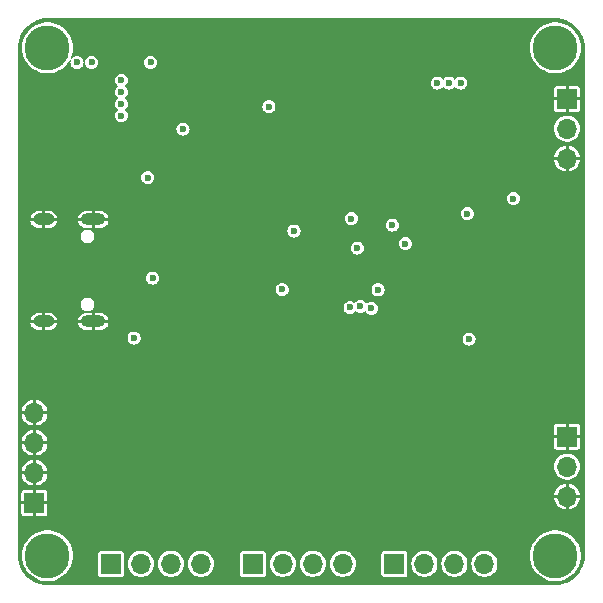
<source format=gbr>
%TF.GenerationSoftware,KiCad,Pcbnew,8.0.5*%
%TF.CreationDate,2024-09-30T22:06:01+02:00*%
%TF.ProjectId,GLITCHING_FMAW,474c4954-4348-4494-9e47-5f464d41572e,rev?*%
%TF.SameCoordinates,Original*%
%TF.FileFunction,Copper,L3,Inr*%
%TF.FilePolarity,Positive*%
%FSLAX46Y46*%
G04 Gerber Fmt 4.6, Leading zero omitted, Abs format (unit mm)*
G04 Created by KiCad (PCBNEW 8.0.5) date 2024-09-30 22:06:01*
%MOMM*%
%LPD*%
G01*
G04 APERTURE LIST*
%TA.AperFunction,ComponentPad*%
%ADD10R,1.700000X1.700000*%
%TD*%
%TA.AperFunction,ComponentPad*%
%ADD11O,1.700000X1.700000*%
%TD*%
%TA.AperFunction,ComponentPad*%
%ADD12C,3.800000*%
%TD*%
%TA.AperFunction,ComponentPad*%
%ADD13O,2.100000X1.000000*%
%TD*%
%TA.AperFunction,ComponentPad*%
%ADD14O,1.800000X1.000000*%
%TD*%
%TA.AperFunction,ViaPad*%
%ADD15C,0.600000*%
%TD*%
G04 APERTURE END LIST*
D10*
%TO.N,GND*%
%TO.C,J3*%
X77000000Y-59920000D03*
D11*
%TO.N,Net-(J3-Pin_2)*%
X77000000Y-62460000D03*
%TO.N,GND*%
X77000000Y-65000000D03*
%TD*%
D10*
%TO.N,Net-(J5-Pin_1)*%
%TO.C,J5*%
X50380000Y-70700000D03*
D11*
%TO.N,Net-(J5-Pin_2)*%
X52920000Y-70700000D03*
%TO.N,Net-(J5-Pin_3)*%
X55459999Y-70700000D03*
%TO.N,Net-(J5-Pin_4)*%
X58000000Y-70700000D03*
%TD*%
D10*
%TO.N,GND*%
%TO.C,J2*%
X77000000Y-31320001D03*
D11*
%TO.N,Net-(J2-Pin_2)*%
X77000000Y-33860001D03*
%TO.N,GND*%
X77000000Y-36400000D03*
%TD*%
D10*
%TO.N,Net-(J6-Pin_1)*%
%TO.C,J6*%
X62380000Y-70700000D03*
D11*
%TO.N,Net-(J6-Pin_2)*%
X64920000Y-70700000D03*
%TO.N,Net-(J6-Pin_3)*%
X67459999Y-70700000D03*
%TO.N,Net-(J6-Pin_4)*%
X70000000Y-70700000D03*
%TD*%
D12*
%TO.N,N/C*%
%TO.C,H1*%
X33000000Y-27000000D03*
%TD*%
%TO.N,N/C*%
%TO.C,H2*%
X33000000Y-70000000D03*
%TD*%
D10*
%TO.N,Net-(J4-Pin_1)*%
%TO.C,J4*%
X38380000Y-70700000D03*
D11*
%TO.N,Net-(J4-Pin_2)*%
X40920000Y-70700000D03*
%TO.N,Net-(J4-Pin_3)*%
X43459999Y-70700000D03*
%TO.N,Net-(J4-Pin_4)*%
X46000000Y-70700000D03*
%TD*%
D13*
%TO.N,GND*%
%TO.C,J1*%
X36880000Y-41540000D03*
D14*
X32700000Y-41540000D03*
D13*
X36880000Y-50180000D03*
D14*
X32700000Y-50180000D03*
%TD*%
D12*
%TO.N,N/C*%
%TO.C,H4*%
X76000000Y-27000000D03*
%TD*%
D10*
%TO.N,GND*%
%TO.C,J7*%
X31900000Y-65540000D03*
D11*
X31900000Y-63000000D03*
X31900000Y-60460001D03*
X31900000Y-57920000D03*
%TD*%
D12*
%TO.N,N/C*%
%TO.C,H3*%
X76000000Y-70000000D03*
%TD*%
D15*
%TO.N,GND*%
X67250000Y-42500000D03*
X72250000Y-51250000D03*
X49750000Y-41750000D03*
X57100000Y-37100000D03*
X70750000Y-41200000D03*
X62800000Y-36800000D03*
X65500000Y-40750000D03*
X56500000Y-35400000D03*
X75500000Y-45500000D03*
X54600000Y-30400000D03*
X62000000Y-56000000D03*
X67070000Y-49580000D03*
X69000000Y-54000000D03*
X42750000Y-41250000D03*
X50250000Y-49250000D03*
X47250000Y-34750000D03*
X57500000Y-38700000D03*
X63500000Y-50800000D03*
X73250000Y-53500000D03*
X46716003Y-38122809D03*
X53250000Y-53000000D03*
%TO.N,VBUS*%
X44475000Y-33895002D03*
X41500000Y-38000000D03*
X41900000Y-46500000D03*
X51750000Y-32000000D03*
%TO.N,+3.3V*%
X41750000Y-28250000D03*
X39255469Y-30742294D03*
X39250000Y-29750000D03*
X36750000Y-28250000D03*
X62206250Y-42006250D03*
X61000000Y-47500000D03*
X53875000Y-42525000D03*
X60424403Y-49059399D03*
X63300000Y-43600000D03*
X35500000Y-28250000D03*
X58630602Y-48993034D03*
X52875000Y-47460000D03*
X68700000Y-51675000D03*
X40337500Y-51587500D03*
X58725000Y-41475000D03*
X39250000Y-32750000D03*
X39250000Y-31750000D03*
%TO.N,+3.3VA*%
X66000000Y-30000000D03*
X68000000Y-30000000D03*
X67000000Y-30000000D03*
X68550000Y-41050000D03*
X72450000Y-39775000D03*
%TO.N,+1V1*%
X59500000Y-48900000D03*
X59228225Y-43960000D03*
%TD*%
%TA.AperFunction,Conductor*%
%TO.N,GND*%
G36*
X76001470Y-24500589D02*
G01*
X76062476Y-24504279D01*
X76298332Y-24518545D01*
X76304199Y-24519258D01*
X76595259Y-24572597D01*
X76600990Y-24574009D01*
X76883505Y-24662045D01*
X76889035Y-24664142D01*
X77158878Y-24785589D01*
X77164105Y-24788331D01*
X77369074Y-24912240D01*
X77417342Y-24941419D01*
X77422211Y-24944780D01*
X77655142Y-25127269D01*
X77659571Y-25131193D01*
X77868806Y-25340428D01*
X77872730Y-25344857D01*
X78055219Y-25577788D01*
X78058580Y-25582657D01*
X78211664Y-25835888D01*
X78214414Y-25841128D01*
X78335856Y-26110962D01*
X78337954Y-26116494D01*
X78425987Y-26399000D01*
X78427403Y-26404746D01*
X78480740Y-26695798D01*
X78481454Y-26701671D01*
X78499411Y-26998528D01*
X78499500Y-27001487D01*
X78499500Y-69998512D01*
X78499411Y-70001471D01*
X78481454Y-70298328D01*
X78480740Y-70304201D01*
X78427403Y-70595253D01*
X78425987Y-70600999D01*
X78337954Y-70883505D01*
X78335856Y-70889037D01*
X78214414Y-71158871D01*
X78211664Y-71164111D01*
X78058580Y-71417342D01*
X78055219Y-71422211D01*
X77872730Y-71655142D01*
X77868806Y-71659571D01*
X77659571Y-71868806D01*
X77655142Y-71872730D01*
X77422211Y-72055219D01*
X77417342Y-72058580D01*
X77164111Y-72211664D01*
X77158871Y-72214414D01*
X76889037Y-72335856D01*
X76883505Y-72337954D01*
X76600999Y-72425987D01*
X76595253Y-72427403D01*
X76304201Y-72480740D01*
X76298328Y-72481454D01*
X76001471Y-72499411D01*
X75998512Y-72499500D01*
X33001488Y-72499500D01*
X32998529Y-72499411D01*
X32701671Y-72481454D01*
X32695798Y-72480740D01*
X32404746Y-72427403D01*
X32399000Y-72425987D01*
X32116494Y-72337954D01*
X32110962Y-72335856D01*
X31841128Y-72214414D01*
X31835888Y-72211664D01*
X31582657Y-72058580D01*
X31577788Y-72055219D01*
X31344857Y-71872730D01*
X31340428Y-71868806D01*
X31131193Y-71659571D01*
X31127269Y-71655142D01*
X31064744Y-71575335D01*
X30944780Y-71422211D01*
X30941419Y-71417342D01*
X30859494Y-71281822D01*
X30788331Y-71164105D01*
X30785589Y-71158878D01*
X30664142Y-70889035D01*
X30662045Y-70883505D01*
X30654338Y-70858771D01*
X30574009Y-70600990D01*
X30572596Y-70595253D01*
X30570084Y-70581546D01*
X30519258Y-70304199D01*
X30518545Y-70298327D01*
X30500589Y-70001470D01*
X30500545Y-70000000D01*
X30844475Y-70000000D01*
X30864551Y-70293512D01*
X30924405Y-70581546D01*
X30930313Y-70598170D01*
X31022928Y-70858764D01*
X31147538Y-71099248D01*
X31158276Y-71119972D01*
X31158280Y-71119980D01*
X31201145Y-71180705D01*
X31327935Y-71360326D01*
X31528740Y-71575335D01*
X31756951Y-71760999D01*
X32008318Y-71913859D01*
X32278159Y-72031067D01*
X32561445Y-72110440D01*
X32812841Y-72144993D01*
X32852901Y-72150500D01*
X32852902Y-72150500D01*
X33147099Y-72150500D01*
X33182318Y-72145659D01*
X33438555Y-72110440D01*
X33721841Y-72031067D01*
X33991682Y-71913859D01*
X34243049Y-71760999D01*
X34471260Y-71575335D01*
X34672065Y-71360326D01*
X34841722Y-71119976D01*
X34977072Y-70858764D01*
X35075592Y-70581554D01*
X35093181Y-70496914D01*
X35135448Y-70293512D01*
X35136733Y-70274720D01*
X35155525Y-70000000D01*
X35143577Y-69825322D01*
X37279500Y-69825322D01*
X37279500Y-71574677D01*
X37294033Y-71647739D01*
X37349398Y-71730601D01*
X37397924Y-71763024D01*
X37432260Y-71785966D01*
X37505326Y-71800500D01*
X39254674Y-71800500D01*
X39327740Y-71785966D01*
X39410601Y-71730601D01*
X39465966Y-71647740D01*
X39480500Y-71574674D01*
X39480500Y-70700000D01*
X39814785Y-70700000D01*
X39833602Y-70903079D01*
X39833603Y-70903085D01*
X39889417Y-71099248D01*
X39889420Y-71099255D01*
X39980325Y-71281818D01*
X39980328Y-71281822D01*
X40103233Y-71444576D01*
X40103236Y-71444579D01*
X40253954Y-71581977D01*
X40253955Y-71581978D01*
X40253959Y-71581981D01*
X40427363Y-71689348D01*
X40617544Y-71763024D01*
X40818024Y-71800500D01*
X40818026Y-71800500D01*
X41021974Y-71800500D01*
X41021976Y-71800500D01*
X41222456Y-71763024D01*
X41412637Y-71689348D01*
X41586041Y-71581981D01*
X41736764Y-71444579D01*
X41859673Y-71281821D01*
X41950582Y-71099250D01*
X42006397Y-70903083D01*
X42025215Y-70700000D01*
X42354784Y-70700000D01*
X42373601Y-70903079D01*
X42373602Y-70903085D01*
X42429416Y-71099248D01*
X42429419Y-71099255D01*
X42520324Y-71281818D01*
X42520327Y-71281822D01*
X42643232Y-71444576D01*
X42643235Y-71444579D01*
X42793953Y-71581977D01*
X42793954Y-71581978D01*
X42793958Y-71581981D01*
X42967362Y-71689348D01*
X43157543Y-71763024D01*
X43358023Y-71800500D01*
X43358025Y-71800500D01*
X43561973Y-71800500D01*
X43561975Y-71800500D01*
X43762455Y-71763024D01*
X43952636Y-71689348D01*
X44126040Y-71581981D01*
X44276763Y-71444579D01*
X44399672Y-71281821D01*
X44490581Y-71099250D01*
X44546396Y-70903083D01*
X44565214Y-70700000D01*
X44894785Y-70700000D01*
X44913602Y-70903079D01*
X44913603Y-70903085D01*
X44969417Y-71099248D01*
X44969420Y-71099255D01*
X45060325Y-71281818D01*
X45060328Y-71281822D01*
X45183233Y-71444576D01*
X45183236Y-71444579D01*
X45333954Y-71581977D01*
X45333955Y-71581978D01*
X45333959Y-71581981D01*
X45507363Y-71689348D01*
X45697544Y-71763024D01*
X45898024Y-71800500D01*
X45898026Y-71800500D01*
X46101974Y-71800500D01*
X46101976Y-71800500D01*
X46302456Y-71763024D01*
X46492637Y-71689348D01*
X46666041Y-71581981D01*
X46816764Y-71444579D01*
X46939673Y-71281821D01*
X47030582Y-71099250D01*
X47086397Y-70903083D01*
X47105215Y-70700000D01*
X47086397Y-70496917D01*
X47030582Y-70300750D01*
X46939673Y-70118179D01*
X46878218Y-70036800D01*
X46816766Y-69955423D01*
X46816763Y-69955420D01*
X46674053Y-69825322D01*
X49279500Y-69825322D01*
X49279500Y-71574677D01*
X49294033Y-71647739D01*
X49349398Y-71730601D01*
X49397924Y-71763024D01*
X49432260Y-71785966D01*
X49505326Y-71800500D01*
X51254674Y-71800500D01*
X51327740Y-71785966D01*
X51410601Y-71730601D01*
X51465966Y-71647740D01*
X51480500Y-71574674D01*
X51480500Y-70700000D01*
X51814785Y-70700000D01*
X51833602Y-70903079D01*
X51833603Y-70903085D01*
X51889417Y-71099248D01*
X51889420Y-71099255D01*
X51980325Y-71281818D01*
X51980328Y-71281822D01*
X52103233Y-71444576D01*
X52103236Y-71444579D01*
X52253954Y-71581977D01*
X52253955Y-71581978D01*
X52253959Y-71581981D01*
X52427363Y-71689348D01*
X52617544Y-71763024D01*
X52818024Y-71800500D01*
X52818026Y-71800500D01*
X53021974Y-71800500D01*
X53021976Y-71800500D01*
X53222456Y-71763024D01*
X53412637Y-71689348D01*
X53586041Y-71581981D01*
X53736764Y-71444579D01*
X53859673Y-71281821D01*
X53950582Y-71099250D01*
X54006397Y-70903083D01*
X54025215Y-70700000D01*
X54354784Y-70700000D01*
X54373601Y-70903079D01*
X54373602Y-70903085D01*
X54429416Y-71099248D01*
X54429419Y-71099255D01*
X54520324Y-71281818D01*
X54520327Y-71281822D01*
X54643232Y-71444576D01*
X54643235Y-71444579D01*
X54793953Y-71581977D01*
X54793954Y-71581978D01*
X54793958Y-71581981D01*
X54967362Y-71689348D01*
X55157543Y-71763024D01*
X55358023Y-71800500D01*
X55358025Y-71800500D01*
X55561973Y-71800500D01*
X55561975Y-71800500D01*
X55762455Y-71763024D01*
X55952636Y-71689348D01*
X56126040Y-71581981D01*
X56276763Y-71444579D01*
X56399672Y-71281821D01*
X56490581Y-71099250D01*
X56546396Y-70903083D01*
X56565214Y-70700000D01*
X56894785Y-70700000D01*
X56913602Y-70903079D01*
X56913603Y-70903085D01*
X56969417Y-71099248D01*
X56969420Y-71099255D01*
X57060325Y-71281818D01*
X57060328Y-71281822D01*
X57183233Y-71444576D01*
X57183236Y-71444579D01*
X57333954Y-71581977D01*
X57333955Y-71581978D01*
X57333959Y-71581981D01*
X57507363Y-71689348D01*
X57697544Y-71763024D01*
X57898024Y-71800500D01*
X57898026Y-71800500D01*
X58101974Y-71800500D01*
X58101976Y-71800500D01*
X58302456Y-71763024D01*
X58492637Y-71689348D01*
X58666041Y-71581981D01*
X58816764Y-71444579D01*
X58939673Y-71281821D01*
X59030582Y-71099250D01*
X59086397Y-70903083D01*
X59105215Y-70700000D01*
X59086397Y-70496917D01*
X59030582Y-70300750D01*
X58939673Y-70118179D01*
X58878218Y-70036800D01*
X58816766Y-69955423D01*
X58816763Y-69955420D01*
X58674053Y-69825322D01*
X61279500Y-69825322D01*
X61279500Y-71574677D01*
X61294033Y-71647739D01*
X61349398Y-71730601D01*
X61397924Y-71763024D01*
X61432260Y-71785966D01*
X61505326Y-71800500D01*
X63254674Y-71800500D01*
X63327740Y-71785966D01*
X63410601Y-71730601D01*
X63465966Y-71647740D01*
X63480500Y-71574674D01*
X63480500Y-70700000D01*
X63814785Y-70700000D01*
X63833602Y-70903079D01*
X63833603Y-70903085D01*
X63889417Y-71099248D01*
X63889420Y-71099255D01*
X63980325Y-71281818D01*
X63980328Y-71281822D01*
X64103233Y-71444576D01*
X64103236Y-71444579D01*
X64253954Y-71581977D01*
X64253955Y-71581978D01*
X64253959Y-71581981D01*
X64427363Y-71689348D01*
X64617544Y-71763024D01*
X64818024Y-71800500D01*
X64818026Y-71800500D01*
X65021974Y-71800500D01*
X65021976Y-71800500D01*
X65222456Y-71763024D01*
X65412637Y-71689348D01*
X65586041Y-71581981D01*
X65736764Y-71444579D01*
X65859673Y-71281821D01*
X65950582Y-71099250D01*
X66006397Y-70903083D01*
X66025215Y-70700000D01*
X66354784Y-70700000D01*
X66373601Y-70903079D01*
X66373602Y-70903085D01*
X66429416Y-71099248D01*
X66429419Y-71099255D01*
X66520324Y-71281818D01*
X66520327Y-71281822D01*
X66643232Y-71444576D01*
X66643235Y-71444579D01*
X66793953Y-71581977D01*
X66793954Y-71581978D01*
X66793958Y-71581981D01*
X66967362Y-71689348D01*
X67157543Y-71763024D01*
X67358023Y-71800500D01*
X67358025Y-71800500D01*
X67561973Y-71800500D01*
X67561975Y-71800500D01*
X67762455Y-71763024D01*
X67952636Y-71689348D01*
X68126040Y-71581981D01*
X68276763Y-71444579D01*
X68399672Y-71281821D01*
X68490581Y-71099250D01*
X68546396Y-70903083D01*
X68565214Y-70700000D01*
X68894785Y-70700000D01*
X68913602Y-70903079D01*
X68913603Y-70903085D01*
X68969417Y-71099248D01*
X68969420Y-71099255D01*
X69060325Y-71281818D01*
X69060328Y-71281822D01*
X69183233Y-71444576D01*
X69183236Y-71444579D01*
X69333954Y-71581977D01*
X69333955Y-71581978D01*
X69333959Y-71581981D01*
X69507363Y-71689348D01*
X69697544Y-71763024D01*
X69898024Y-71800500D01*
X69898026Y-71800500D01*
X70101974Y-71800500D01*
X70101976Y-71800500D01*
X70302456Y-71763024D01*
X70492637Y-71689348D01*
X70666041Y-71581981D01*
X70816764Y-71444579D01*
X70939673Y-71281821D01*
X71030582Y-71099250D01*
X71086397Y-70903083D01*
X71105215Y-70700000D01*
X71086397Y-70496917D01*
X71030582Y-70300750D01*
X70939673Y-70118179D01*
X70878218Y-70036800D01*
X70850428Y-70000000D01*
X73844475Y-70000000D01*
X73864551Y-70293512D01*
X73924405Y-70581546D01*
X73930313Y-70598170D01*
X74022928Y-70858764D01*
X74147538Y-71099248D01*
X74158276Y-71119972D01*
X74158280Y-71119980D01*
X74201145Y-71180705D01*
X74327935Y-71360326D01*
X74528740Y-71575335D01*
X74756951Y-71760999D01*
X75008318Y-71913859D01*
X75278159Y-72031067D01*
X75561445Y-72110440D01*
X75812841Y-72144993D01*
X75852901Y-72150500D01*
X75852902Y-72150500D01*
X76147099Y-72150500D01*
X76182318Y-72145659D01*
X76438555Y-72110440D01*
X76721841Y-72031067D01*
X76991682Y-71913859D01*
X77243049Y-71760999D01*
X77471260Y-71575335D01*
X77672065Y-71360326D01*
X77841722Y-71119976D01*
X77977072Y-70858764D01*
X78075592Y-70581554D01*
X78093181Y-70496914D01*
X78135448Y-70293512D01*
X78136733Y-70274720D01*
X78155525Y-70000000D01*
X78135448Y-69706489D01*
X78127741Y-69669399D01*
X78075594Y-69418453D01*
X78075592Y-69418446D01*
X77977072Y-69141236D01*
X77841722Y-68880024D01*
X77841720Y-68880021D01*
X77841719Y-68880019D01*
X77787189Y-68802768D01*
X77672065Y-68639674D01*
X77471260Y-68424665D01*
X77243049Y-68239001D01*
X76991682Y-68086141D01*
X76991678Y-68086139D01*
X76991676Y-68086138D01*
X76721842Y-67968933D01*
X76438560Y-67889561D01*
X76438555Y-67889560D01*
X76147099Y-67849500D01*
X76147098Y-67849500D01*
X75852902Y-67849500D01*
X75852901Y-67849500D01*
X75561444Y-67889560D01*
X75561439Y-67889561D01*
X75278157Y-67968933D01*
X75008323Y-68086138D01*
X74756949Y-68239002D01*
X74528748Y-68424658D01*
X74528737Y-68424668D01*
X74327939Y-68639669D01*
X74327933Y-68639677D01*
X74158280Y-68880019D01*
X74158276Y-68880027D01*
X74022932Y-69141228D01*
X74022928Y-69141237D01*
X73924405Y-69418453D01*
X73864551Y-69706487D01*
X73844475Y-70000000D01*
X70850428Y-70000000D01*
X70816766Y-69955423D01*
X70816763Y-69955420D01*
X70666045Y-69818022D01*
X70666042Y-69818020D01*
X70666041Y-69818019D01*
X70492637Y-69710652D01*
X70492634Y-69710651D01*
X70492633Y-69710650D01*
X70302462Y-69636978D01*
X70302460Y-69636977D01*
X70302456Y-69636976D01*
X70101976Y-69599500D01*
X69898024Y-69599500D01*
X69697544Y-69636976D01*
X69697540Y-69636977D01*
X69697537Y-69636978D01*
X69507366Y-69710650D01*
X69333954Y-69818022D01*
X69183236Y-69955420D01*
X69183233Y-69955423D01*
X69060328Y-70118177D01*
X69060325Y-70118181D01*
X68969420Y-70300744D01*
X68969417Y-70300751D01*
X68913603Y-70496914D01*
X68913602Y-70496920D01*
X68894785Y-70700000D01*
X68565214Y-70700000D01*
X68546396Y-70496917D01*
X68490581Y-70300750D01*
X68399672Y-70118179D01*
X68338217Y-70036800D01*
X68276765Y-69955423D01*
X68276762Y-69955420D01*
X68126044Y-69818022D01*
X68126041Y-69818020D01*
X68126040Y-69818019D01*
X67952636Y-69710652D01*
X67952633Y-69710651D01*
X67952632Y-69710650D01*
X67762461Y-69636978D01*
X67762459Y-69636977D01*
X67762455Y-69636976D01*
X67561975Y-69599500D01*
X67358023Y-69599500D01*
X67157543Y-69636976D01*
X67157539Y-69636977D01*
X67157536Y-69636978D01*
X66967365Y-69710650D01*
X66793953Y-69818022D01*
X66643235Y-69955420D01*
X66643232Y-69955423D01*
X66520327Y-70118177D01*
X66520324Y-70118181D01*
X66429419Y-70300744D01*
X66429416Y-70300751D01*
X66373602Y-70496914D01*
X66373601Y-70496920D01*
X66354784Y-70700000D01*
X66025215Y-70700000D01*
X66006397Y-70496917D01*
X65950582Y-70300750D01*
X65859673Y-70118179D01*
X65798218Y-70036800D01*
X65736766Y-69955423D01*
X65736763Y-69955420D01*
X65586045Y-69818022D01*
X65586042Y-69818020D01*
X65586041Y-69818019D01*
X65412637Y-69710652D01*
X65412634Y-69710651D01*
X65412633Y-69710650D01*
X65222462Y-69636978D01*
X65222460Y-69636977D01*
X65222456Y-69636976D01*
X65021976Y-69599500D01*
X64818024Y-69599500D01*
X64617544Y-69636976D01*
X64617540Y-69636977D01*
X64617537Y-69636978D01*
X64427366Y-69710650D01*
X64253954Y-69818022D01*
X64103236Y-69955420D01*
X64103233Y-69955423D01*
X63980328Y-70118177D01*
X63980325Y-70118181D01*
X63889420Y-70300744D01*
X63889417Y-70300751D01*
X63833603Y-70496914D01*
X63833602Y-70496920D01*
X63814785Y-70700000D01*
X63480500Y-70700000D01*
X63480500Y-69825326D01*
X63465966Y-69752260D01*
X63438164Y-69710650D01*
X63410601Y-69669398D01*
X63327739Y-69614033D01*
X63254677Y-69599500D01*
X63254674Y-69599500D01*
X61505326Y-69599500D01*
X61505322Y-69599500D01*
X61432260Y-69614033D01*
X61349398Y-69669398D01*
X61294033Y-69752260D01*
X61279500Y-69825322D01*
X58674053Y-69825322D01*
X58666045Y-69818022D01*
X58666042Y-69818020D01*
X58666041Y-69818019D01*
X58492637Y-69710652D01*
X58492634Y-69710651D01*
X58492633Y-69710650D01*
X58302462Y-69636978D01*
X58302460Y-69636977D01*
X58302456Y-69636976D01*
X58101976Y-69599500D01*
X57898024Y-69599500D01*
X57697544Y-69636976D01*
X57697540Y-69636977D01*
X57697537Y-69636978D01*
X57507366Y-69710650D01*
X57333954Y-69818022D01*
X57183236Y-69955420D01*
X57183233Y-69955423D01*
X57060328Y-70118177D01*
X57060325Y-70118181D01*
X56969420Y-70300744D01*
X56969417Y-70300751D01*
X56913603Y-70496914D01*
X56913602Y-70496920D01*
X56894785Y-70700000D01*
X56565214Y-70700000D01*
X56546396Y-70496917D01*
X56490581Y-70300750D01*
X56399672Y-70118179D01*
X56338217Y-70036800D01*
X56276765Y-69955423D01*
X56276762Y-69955420D01*
X56126044Y-69818022D01*
X56126041Y-69818020D01*
X56126040Y-69818019D01*
X55952636Y-69710652D01*
X55952633Y-69710651D01*
X55952632Y-69710650D01*
X55762461Y-69636978D01*
X55762459Y-69636977D01*
X55762455Y-69636976D01*
X55561975Y-69599500D01*
X55358023Y-69599500D01*
X55157543Y-69636976D01*
X55157539Y-69636977D01*
X55157536Y-69636978D01*
X54967365Y-69710650D01*
X54793953Y-69818022D01*
X54643235Y-69955420D01*
X54643232Y-69955423D01*
X54520327Y-70118177D01*
X54520324Y-70118181D01*
X54429419Y-70300744D01*
X54429416Y-70300751D01*
X54373602Y-70496914D01*
X54373601Y-70496920D01*
X54354784Y-70700000D01*
X54025215Y-70700000D01*
X54006397Y-70496917D01*
X53950582Y-70300750D01*
X53859673Y-70118179D01*
X53798218Y-70036800D01*
X53736766Y-69955423D01*
X53736763Y-69955420D01*
X53586045Y-69818022D01*
X53586042Y-69818020D01*
X53586041Y-69818019D01*
X53412637Y-69710652D01*
X53412634Y-69710651D01*
X53412633Y-69710650D01*
X53222462Y-69636978D01*
X53222460Y-69636977D01*
X53222456Y-69636976D01*
X53021976Y-69599500D01*
X52818024Y-69599500D01*
X52617544Y-69636976D01*
X52617540Y-69636977D01*
X52617537Y-69636978D01*
X52427366Y-69710650D01*
X52253954Y-69818022D01*
X52103236Y-69955420D01*
X52103233Y-69955423D01*
X51980328Y-70118177D01*
X51980325Y-70118181D01*
X51889420Y-70300744D01*
X51889417Y-70300751D01*
X51833603Y-70496914D01*
X51833602Y-70496920D01*
X51814785Y-70700000D01*
X51480500Y-70700000D01*
X51480500Y-69825326D01*
X51465966Y-69752260D01*
X51438164Y-69710650D01*
X51410601Y-69669398D01*
X51327739Y-69614033D01*
X51254677Y-69599500D01*
X51254674Y-69599500D01*
X49505326Y-69599500D01*
X49505322Y-69599500D01*
X49432260Y-69614033D01*
X49349398Y-69669398D01*
X49294033Y-69752260D01*
X49279500Y-69825322D01*
X46674053Y-69825322D01*
X46666045Y-69818022D01*
X46666042Y-69818020D01*
X46666041Y-69818019D01*
X46492637Y-69710652D01*
X46492634Y-69710651D01*
X46492633Y-69710650D01*
X46302462Y-69636978D01*
X46302460Y-69636977D01*
X46302456Y-69636976D01*
X46101976Y-69599500D01*
X45898024Y-69599500D01*
X45697544Y-69636976D01*
X45697540Y-69636977D01*
X45697537Y-69636978D01*
X45507366Y-69710650D01*
X45333954Y-69818022D01*
X45183236Y-69955420D01*
X45183233Y-69955423D01*
X45060328Y-70118177D01*
X45060325Y-70118181D01*
X44969420Y-70300744D01*
X44969417Y-70300751D01*
X44913603Y-70496914D01*
X44913602Y-70496920D01*
X44894785Y-70700000D01*
X44565214Y-70700000D01*
X44546396Y-70496917D01*
X44490581Y-70300750D01*
X44399672Y-70118179D01*
X44338217Y-70036800D01*
X44276765Y-69955423D01*
X44276762Y-69955420D01*
X44126044Y-69818022D01*
X44126041Y-69818020D01*
X44126040Y-69818019D01*
X43952636Y-69710652D01*
X43952633Y-69710651D01*
X43952632Y-69710650D01*
X43762461Y-69636978D01*
X43762459Y-69636977D01*
X43762455Y-69636976D01*
X43561975Y-69599500D01*
X43358023Y-69599500D01*
X43157543Y-69636976D01*
X43157539Y-69636977D01*
X43157536Y-69636978D01*
X42967365Y-69710650D01*
X42793953Y-69818022D01*
X42643235Y-69955420D01*
X42643232Y-69955423D01*
X42520327Y-70118177D01*
X42520324Y-70118181D01*
X42429419Y-70300744D01*
X42429416Y-70300751D01*
X42373602Y-70496914D01*
X42373601Y-70496920D01*
X42354784Y-70700000D01*
X42025215Y-70700000D01*
X42006397Y-70496917D01*
X41950582Y-70300750D01*
X41859673Y-70118179D01*
X41798218Y-70036800D01*
X41736766Y-69955423D01*
X41736763Y-69955420D01*
X41586045Y-69818022D01*
X41586042Y-69818020D01*
X41586041Y-69818019D01*
X41412637Y-69710652D01*
X41412634Y-69710651D01*
X41412633Y-69710650D01*
X41222462Y-69636978D01*
X41222460Y-69636977D01*
X41222456Y-69636976D01*
X41021976Y-69599500D01*
X40818024Y-69599500D01*
X40617544Y-69636976D01*
X40617540Y-69636977D01*
X40617537Y-69636978D01*
X40427366Y-69710650D01*
X40253954Y-69818022D01*
X40103236Y-69955420D01*
X40103233Y-69955423D01*
X39980328Y-70118177D01*
X39980325Y-70118181D01*
X39889420Y-70300744D01*
X39889417Y-70300751D01*
X39833603Y-70496914D01*
X39833602Y-70496920D01*
X39814785Y-70700000D01*
X39480500Y-70700000D01*
X39480500Y-69825326D01*
X39465966Y-69752260D01*
X39438164Y-69710650D01*
X39410601Y-69669398D01*
X39327739Y-69614033D01*
X39254677Y-69599500D01*
X39254674Y-69599500D01*
X37505326Y-69599500D01*
X37505322Y-69599500D01*
X37432260Y-69614033D01*
X37349398Y-69669398D01*
X37294033Y-69752260D01*
X37279500Y-69825322D01*
X35143577Y-69825322D01*
X35135448Y-69706489D01*
X35127741Y-69669399D01*
X35075594Y-69418453D01*
X35075592Y-69418446D01*
X34977072Y-69141236D01*
X34841722Y-68880024D01*
X34841720Y-68880021D01*
X34841719Y-68880019D01*
X34787189Y-68802768D01*
X34672065Y-68639674D01*
X34471260Y-68424665D01*
X34243049Y-68239001D01*
X33991682Y-68086141D01*
X33991678Y-68086139D01*
X33991676Y-68086138D01*
X33721842Y-67968933D01*
X33438560Y-67889561D01*
X33438555Y-67889560D01*
X33147099Y-67849500D01*
X33147098Y-67849500D01*
X32852902Y-67849500D01*
X32852901Y-67849500D01*
X32561444Y-67889560D01*
X32561439Y-67889561D01*
X32278157Y-67968933D01*
X32008323Y-68086138D01*
X31756949Y-68239002D01*
X31528748Y-68424658D01*
X31528737Y-68424668D01*
X31327939Y-68639669D01*
X31327933Y-68639677D01*
X31158280Y-68880019D01*
X31158276Y-68880027D01*
X31022932Y-69141228D01*
X31022928Y-69141237D01*
X30924405Y-69418453D01*
X30864551Y-69706487D01*
X30844475Y-70000000D01*
X30500545Y-70000000D01*
X30500500Y-69998512D01*
X30500500Y-64665370D01*
X30800000Y-64665370D01*
X30800000Y-65415000D01*
X31415856Y-65415000D01*
X31400000Y-65474174D01*
X31400000Y-65605826D01*
X31415856Y-65665000D01*
X30800000Y-65665000D01*
X30800000Y-66414629D01*
X30814503Y-66487542D01*
X30869759Y-66570240D01*
X30952457Y-66625496D01*
X31025370Y-66639999D01*
X31025376Y-66640000D01*
X31775000Y-66640000D01*
X31775000Y-66024144D01*
X31834174Y-66040000D01*
X31965826Y-66040000D01*
X32025000Y-66024144D01*
X32025000Y-66640000D01*
X32774624Y-66640000D01*
X32774629Y-66639999D01*
X32847542Y-66625496D01*
X32930240Y-66570240D01*
X32985496Y-66487542D01*
X32999999Y-66414629D01*
X33000000Y-66414624D01*
X33000000Y-65665000D01*
X32384144Y-65665000D01*
X32400000Y-65605826D01*
X32400000Y-65474174D01*
X32384144Y-65415000D01*
X33000000Y-65415000D01*
X33000000Y-64874999D01*
X75906870Y-64874999D01*
X75906870Y-64875000D01*
X76515856Y-64875000D01*
X76500000Y-64934174D01*
X76500000Y-65065826D01*
X76515856Y-65125000D01*
X75906870Y-65125000D01*
X75914096Y-65202986D01*
X75914098Y-65202995D01*
X75969883Y-65399063D01*
X75969884Y-65399064D01*
X76060752Y-65581553D01*
X76060755Y-65581557D01*
X76183604Y-65744237D01*
X76183607Y-65744240D01*
X76334257Y-65881576D01*
X76507590Y-65988900D01*
X76697674Y-66062538D01*
X76875000Y-66095686D01*
X76875000Y-65484144D01*
X76934174Y-65500000D01*
X77065826Y-65500000D01*
X77125000Y-65484144D01*
X77125000Y-66095685D01*
X77302325Y-66062538D01*
X77492409Y-65988900D01*
X77665742Y-65881576D01*
X77816392Y-65744240D01*
X77816395Y-65744237D01*
X77939244Y-65581557D01*
X77939247Y-65581553D01*
X78030115Y-65399064D01*
X78030116Y-65399063D01*
X78085901Y-65202995D01*
X78085903Y-65202986D01*
X78093129Y-65125000D01*
X77484144Y-65125000D01*
X77500000Y-65065826D01*
X77500000Y-64934174D01*
X77484144Y-64875000D01*
X78093130Y-64875000D01*
X78093129Y-64874999D01*
X78085903Y-64797013D01*
X78085901Y-64797004D01*
X78030116Y-64600936D01*
X78030115Y-64600935D01*
X77939247Y-64418446D01*
X77939244Y-64418442D01*
X77816395Y-64255762D01*
X77816392Y-64255759D01*
X77665742Y-64118423D01*
X77492409Y-64011099D01*
X77302324Y-63937460D01*
X77125000Y-63904312D01*
X77125000Y-64515855D01*
X77065826Y-64500000D01*
X76934174Y-64500000D01*
X76875000Y-64515855D01*
X76875000Y-63904312D01*
X76697675Y-63937460D01*
X76507590Y-64011099D01*
X76334257Y-64118423D01*
X76183607Y-64255759D01*
X76183604Y-64255762D01*
X76060755Y-64418442D01*
X76060752Y-64418446D01*
X75969884Y-64600935D01*
X75969883Y-64600936D01*
X75914098Y-64797004D01*
X75914096Y-64797013D01*
X75906870Y-64874999D01*
X33000000Y-64874999D01*
X33000000Y-64665376D01*
X32999999Y-64665370D01*
X32985496Y-64592457D01*
X32930240Y-64509759D01*
X32847542Y-64454503D01*
X32774629Y-64440000D01*
X32025000Y-64440000D01*
X32025000Y-65055855D01*
X31965826Y-65040000D01*
X31834174Y-65040000D01*
X31775000Y-65055855D01*
X31775000Y-64440000D01*
X31025370Y-64440000D01*
X30952457Y-64454503D01*
X30869759Y-64509759D01*
X30814503Y-64592457D01*
X30800000Y-64665370D01*
X30500500Y-64665370D01*
X30500500Y-62874999D01*
X30806870Y-62874999D01*
X30806870Y-62875000D01*
X31415856Y-62875000D01*
X31400000Y-62934174D01*
X31400000Y-63065826D01*
X31415856Y-63125000D01*
X30806870Y-63125000D01*
X30814096Y-63202986D01*
X30814098Y-63202995D01*
X30869883Y-63399063D01*
X30869884Y-63399064D01*
X30960752Y-63581553D01*
X30960755Y-63581557D01*
X31083604Y-63744237D01*
X31083607Y-63744240D01*
X31234257Y-63881576D01*
X31407590Y-63988900D01*
X31597674Y-64062538D01*
X31775000Y-64095686D01*
X31775000Y-63484144D01*
X31834174Y-63500000D01*
X31965826Y-63500000D01*
X32025000Y-63484144D01*
X32025000Y-64095685D01*
X32202325Y-64062538D01*
X32392409Y-63988900D01*
X32565742Y-63881576D01*
X32716392Y-63744240D01*
X32716395Y-63744237D01*
X32839244Y-63581557D01*
X32839247Y-63581553D01*
X32930115Y-63399064D01*
X32930116Y-63399063D01*
X32985901Y-63202995D01*
X32985903Y-63202986D01*
X32993129Y-63125000D01*
X32384144Y-63125000D01*
X32400000Y-63065826D01*
X32400000Y-62934174D01*
X32384144Y-62875000D01*
X32993130Y-62875000D01*
X32993129Y-62874999D01*
X32985903Y-62797013D01*
X32985901Y-62797004D01*
X32930116Y-62600936D01*
X32930115Y-62600935D01*
X32859938Y-62460000D01*
X75894785Y-62460000D01*
X75913602Y-62663079D01*
X75913603Y-62663085D01*
X75969417Y-62859248D01*
X75969420Y-62859255D01*
X76060325Y-63041818D01*
X76060328Y-63041822D01*
X76183233Y-63204576D01*
X76183236Y-63204579D01*
X76333954Y-63341977D01*
X76333955Y-63341978D01*
X76333959Y-63341981D01*
X76507363Y-63449348D01*
X76697544Y-63523024D01*
X76898024Y-63560500D01*
X76898026Y-63560500D01*
X77101974Y-63560500D01*
X77101976Y-63560500D01*
X77302456Y-63523024D01*
X77492637Y-63449348D01*
X77666041Y-63341981D01*
X77816764Y-63204579D01*
X77939673Y-63041821D01*
X78030582Y-62859250D01*
X78086397Y-62663083D01*
X78105215Y-62460000D01*
X78086397Y-62256917D01*
X78030582Y-62060750D01*
X77939673Y-61878179D01*
X77816764Y-61715421D01*
X77816763Y-61715420D01*
X77666045Y-61578022D01*
X77666042Y-61578020D01*
X77666041Y-61578019D01*
X77492637Y-61470652D01*
X77492634Y-61470651D01*
X77492633Y-61470650D01*
X77302462Y-61396978D01*
X77302460Y-61396977D01*
X77302456Y-61396976D01*
X77101976Y-61359500D01*
X76898024Y-61359500D01*
X76697544Y-61396976D01*
X76697540Y-61396977D01*
X76697537Y-61396978D01*
X76507366Y-61470650D01*
X76333954Y-61578022D01*
X76183236Y-61715420D01*
X76183233Y-61715423D01*
X76060328Y-61878177D01*
X76060325Y-61878181D01*
X75969420Y-62060744D01*
X75969417Y-62060751D01*
X75913603Y-62256914D01*
X75913602Y-62256920D01*
X75894785Y-62460000D01*
X32859938Y-62460000D01*
X32839247Y-62418446D01*
X32839244Y-62418442D01*
X32716395Y-62255762D01*
X32716392Y-62255759D01*
X32565742Y-62118423D01*
X32392409Y-62011099D01*
X32202324Y-61937460D01*
X32025000Y-61904312D01*
X32025000Y-62515855D01*
X31965826Y-62500000D01*
X31834174Y-62500000D01*
X31775000Y-62515855D01*
X31775000Y-61904312D01*
X31597675Y-61937460D01*
X31407590Y-62011099D01*
X31234257Y-62118423D01*
X31083607Y-62255759D01*
X31083604Y-62255762D01*
X30960755Y-62418442D01*
X30960752Y-62418446D01*
X30869884Y-62600935D01*
X30869883Y-62600936D01*
X30814098Y-62797004D01*
X30814096Y-62797013D01*
X30806870Y-62874999D01*
X30500500Y-62874999D01*
X30500500Y-60335000D01*
X30806870Y-60335000D01*
X30806870Y-60335001D01*
X31415856Y-60335001D01*
X31400000Y-60394175D01*
X31400000Y-60525827D01*
X31415856Y-60585001D01*
X30806870Y-60585001D01*
X30814096Y-60662987D01*
X30814098Y-60662996D01*
X30869883Y-60859064D01*
X30869884Y-60859065D01*
X30960752Y-61041554D01*
X30960755Y-61041558D01*
X31083604Y-61204238D01*
X31083607Y-61204241D01*
X31234257Y-61341577D01*
X31407590Y-61448901D01*
X31597674Y-61522539D01*
X31775000Y-61555687D01*
X31775000Y-60944145D01*
X31834174Y-60960001D01*
X31965826Y-60960001D01*
X32025000Y-60944145D01*
X32025000Y-61555686D01*
X32202325Y-61522539D01*
X32392409Y-61448901D01*
X32565742Y-61341577D01*
X32716392Y-61204241D01*
X32716395Y-61204238D01*
X32839244Y-61041558D01*
X32839247Y-61041554D01*
X32930115Y-60859065D01*
X32930116Y-60859064D01*
X32985901Y-60662996D01*
X32985903Y-60662987D01*
X32993129Y-60585001D01*
X32384144Y-60585001D01*
X32400000Y-60525827D01*
X32400000Y-60394175D01*
X32384144Y-60335001D01*
X32993130Y-60335001D01*
X32993129Y-60335000D01*
X32985903Y-60257014D01*
X32985901Y-60257005D01*
X32930116Y-60060937D01*
X32930115Y-60060936D01*
X32839247Y-59878447D01*
X32839244Y-59878443D01*
X32716395Y-59715763D01*
X32716392Y-59715760D01*
X32565742Y-59578424D01*
X32392409Y-59471100D01*
X32202324Y-59397461D01*
X32025000Y-59364313D01*
X32025000Y-59975856D01*
X31965826Y-59960001D01*
X31834174Y-59960001D01*
X31775000Y-59975856D01*
X31775000Y-59364313D01*
X31597675Y-59397461D01*
X31407590Y-59471100D01*
X31234257Y-59578424D01*
X31083607Y-59715760D01*
X31083604Y-59715763D01*
X30960755Y-59878443D01*
X30960752Y-59878447D01*
X30869884Y-60060936D01*
X30869883Y-60060937D01*
X30814098Y-60257005D01*
X30814096Y-60257014D01*
X30806870Y-60335000D01*
X30500500Y-60335000D01*
X30500500Y-59045370D01*
X75900000Y-59045370D01*
X75900000Y-59795000D01*
X76515856Y-59795000D01*
X76500000Y-59854174D01*
X76500000Y-59985826D01*
X76515856Y-60045000D01*
X75900000Y-60045000D01*
X75900000Y-60794629D01*
X75914503Y-60867542D01*
X75969759Y-60950240D01*
X76052457Y-61005496D01*
X76125370Y-61019999D01*
X76125376Y-61020000D01*
X76875000Y-61020000D01*
X76875000Y-60404144D01*
X76934174Y-60420000D01*
X77065826Y-60420000D01*
X77125000Y-60404144D01*
X77125000Y-61020000D01*
X77874624Y-61020000D01*
X77874629Y-61019999D01*
X77947542Y-61005496D01*
X78030240Y-60950240D01*
X78085496Y-60867542D01*
X78099999Y-60794629D01*
X78100000Y-60794624D01*
X78100000Y-60045000D01*
X77484144Y-60045000D01*
X77500000Y-59985826D01*
X77500000Y-59854174D01*
X77484144Y-59795000D01*
X78100000Y-59795000D01*
X78100000Y-59045376D01*
X78099999Y-59045370D01*
X78085496Y-58972457D01*
X78030240Y-58889759D01*
X77947542Y-58834503D01*
X77874629Y-58820000D01*
X77125000Y-58820000D01*
X77125000Y-59435855D01*
X77065826Y-59420000D01*
X76934174Y-59420000D01*
X76875000Y-59435855D01*
X76875000Y-58820000D01*
X76125370Y-58820000D01*
X76052457Y-58834503D01*
X75969759Y-58889759D01*
X75914503Y-58972457D01*
X75900000Y-59045370D01*
X30500500Y-59045370D01*
X30500500Y-57794999D01*
X30806870Y-57794999D01*
X30806870Y-57795000D01*
X31415856Y-57795000D01*
X31400000Y-57854174D01*
X31400000Y-57985826D01*
X31415856Y-58045000D01*
X30806870Y-58045000D01*
X30814096Y-58122986D01*
X30814098Y-58122995D01*
X30869883Y-58319063D01*
X30869884Y-58319064D01*
X30960752Y-58501553D01*
X30960755Y-58501557D01*
X31083604Y-58664237D01*
X31083607Y-58664240D01*
X31234257Y-58801576D01*
X31407590Y-58908900D01*
X31597674Y-58982538D01*
X31775000Y-59015686D01*
X31775000Y-58404144D01*
X31834174Y-58420000D01*
X31965826Y-58420000D01*
X32025000Y-58404144D01*
X32025000Y-59015685D01*
X32202325Y-58982538D01*
X32392409Y-58908900D01*
X32565742Y-58801576D01*
X32716392Y-58664240D01*
X32716395Y-58664237D01*
X32839244Y-58501557D01*
X32839247Y-58501553D01*
X32930115Y-58319064D01*
X32930116Y-58319063D01*
X32985901Y-58122995D01*
X32985903Y-58122986D01*
X32993129Y-58045000D01*
X32384144Y-58045000D01*
X32400000Y-57985826D01*
X32400000Y-57854174D01*
X32384144Y-57795000D01*
X32993130Y-57795000D01*
X32993129Y-57794999D01*
X32985903Y-57717013D01*
X32985901Y-57717004D01*
X32930116Y-57520936D01*
X32930115Y-57520935D01*
X32839247Y-57338446D01*
X32839244Y-57338442D01*
X32716395Y-57175762D01*
X32716392Y-57175759D01*
X32565742Y-57038423D01*
X32392409Y-56931099D01*
X32202324Y-56857460D01*
X32025000Y-56824312D01*
X32025000Y-57435855D01*
X31965826Y-57420000D01*
X31834174Y-57420000D01*
X31775000Y-57435855D01*
X31775000Y-56824312D01*
X31597675Y-56857460D01*
X31407590Y-56931099D01*
X31234257Y-57038423D01*
X31083607Y-57175759D01*
X31083604Y-57175762D01*
X30960755Y-57338442D01*
X30960752Y-57338446D01*
X30869884Y-57520935D01*
X30869883Y-57520936D01*
X30814098Y-57717004D01*
X30814096Y-57717013D01*
X30806870Y-57794999D01*
X30500500Y-57794999D01*
X30500500Y-51587500D01*
X39782250Y-51587500D01*
X39801169Y-51731208D01*
X39856636Y-51865120D01*
X39856639Y-51865125D01*
X39923776Y-51952620D01*
X39944879Y-51980121D01*
X40059875Y-52068361D01*
X40059877Y-52068361D01*
X40059879Y-52068363D01*
X40193791Y-52123830D01*
X40337500Y-52142750D01*
X40481209Y-52123830D01*
X40615125Y-52068361D01*
X40730121Y-51980121D01*
X40818361Y-51865125D01*
X40873830Y-51731209D01*
X40881230Y-51675000D01*
X68144750Y-51675000D01*
X68163669Y-51818708D01*
X68219136Y-51952620D01*
X68219139Y-51952625D01*
X68240237Y-51980121D01*
X68307379Y-52067621D01*
X68422375Y-52155861D01*
X68422377Y-52155861D01*
X68422379Y-52155863D01*
X68556291Y-52211330D01*
X68700000Y-52230250D01*
X68843709Y-52211330D01*
X68977625Y-52155861D01*
X69092621Y-52067621D01*
X69180861Y-51952625D01*
X69236330Y-51818709D01*
X69255250Y-51675000D01*
X69236330Y-51531291D01*
X69180861Y-51397375D01*
X69092621Y-51282379D01*
X68977625Y-51194139D01*
X68977620Y-51194136D01*
X68843708Y-51138669D01*
X68700000Y-51119750D01*
X68556291Y-51138669D01*
X68422379Y-51194136D01*
X68422374Y-51194139D01*
X68307379Y-51282378D01*
X68307378Y-51282379D01*
X68219139Y-51397374D01*
X68219136Y-51397379D01*
X68163669Y-51531291D01*
X68144750Y-51675000D01*
X40881230Y-51675000D01*
X40892750Y-51587500D01*
X40873830Y-51443791D01*
X40818361Y-51309875D01*
X40730121Y-51194879D01*
X40656868Y-51138670D01*
X40615125Y-51106639D01*
X40615120Y-51106636D01*
X40481208Y-51051169D01*
X40337500Y-51032250D01*
X40193791Y-51051169D01*
X40059879Y-51106636D01*
X40059874Y-51106639D01*
X39944879Y-51194878D01*
X39944878Y-51194879D01*
X39856639Y-51309874D01*
X39856636Y-51309879D01*
X39801169Y-51443791D01*
X39782250Y-51587500D01*
X30500500Y-51587500D01*
X30500500Y-50055000D01*
X31560171Y-50055000D01*
X32025758Y-50055000D01*
X32020444Y-50064204D01*
X32000000Y-50140504D01*
X32000000Y-50219496D01*
X32020444Y-50295796D01*
X32025758Y-50305000D01*
X31560171Y-50305000D01*
X31578821Y-50398764D01*
X31578823Y-50398770D01*
X31635357Y-50535254D01*
X31717436Y-50658096D01*
X31821903Y-50762563D01*
X31944745Y-50844642D01*
X32081229Y-50901176D01*
X32081244Y-50901180D01*
X32226125Y-50929999D01*
X32226132Y-50930000D01*
X32575000Y-50930000D01*
X32575000Y-50480000D01*
X32825000Y-50480000D01*
X32825000Y-50930000D01*
X33173868Y-50930000D01*
X33173874Y-50929999D01*
X33318755Y-50901180D01*
X33318770Y-50901176D01*
X33455254Y-50844642D01*
X33578096Y-50762563D01*
X33682563Y-50658096D01*
X33764642Y-50535254D01*
X33821176Y-50398770D01*
X33821178Y-50398764D01*
X33839829Y-50305000D01*
X33374242Y-50305000D01*
X33379556Y-50295796D01*
X33400000Y-50219496D01*
X33400000Y-50140504D01*
X33379556Y-50064204D01*
X33374242Y-50055000D01*
X33839828Y-50055000D01*
X35590171Y-50055000D01*
X36055758Y-50055000D01*
X36050444Y-50064204D01*
X36030000Y-50140504D01*
X36030000Y-50219496D01*
X36050444Y-50295796D01*
X36055758Y-50305000D01*
X35590171Y-50305000D01*
X35608821Y-50398764D01*
X35608823Y-50398770D01*
X35665357Y-50535254D01*
X35747436Y-50658096D01*
X35851903Y-50762563D01*
X35974745Y-50844642D01*
X36111229Y-50901176D01*
X36111244Y-50901180D01*
X36256125Y-50929999D01*
X36256132Y-50930000D01*
X36755000Y-50930000D01*
X36755000Y-50480000D01*
X37005000Y-50480000D01*
X37005000Y-50930000D01*
X37503868Y-50930000D01*
X37503874Y-50929999D01*
X37648755Y-50901180D01*
X37648770Y-50901176D01*
X37785254Y-50844642D01*
X37908096Y-50762563D01*
X38012563Y-50658096D01*
X38094642Y-50535254D01*
X38151176Y-50398770D01*
X38151178Y-50398764D01*
X38169829Y-50305000D01*
X37704242Y-50305000D01*
X37709556Y-50295796D01*
X37730000Y-50219496D01*
X37730000Y-50140504D01*
X37709556Y-50064204D01*
X37704242Y-50055000D01*
X38169828Y-50055000D01*
X38151178Y-49961235D01*
X38151176Y-49961229D01*
X38094642Y-49824745D01*
X38012563Y-49701903D01*
X37908096Y-49597436D01*
X37785254Y-49515357D01*
X37648770Y-49458823D01*
X37648755Y-49458819D01*
X37503874Y-49430000D01*
X37005000Y-49430000D01*
X37005000Y-49880000D01*
X36755000Y-49880000D01*
X36755000Y-49430000D01*
X36256125Y-49430000D01*
X36111244Y-49458819D01*
X36111229Y-49458823D01*
X35974745Y-49515357D01*
X35851903Y-49597436D01*
X35747436Y-49701903D01*
X35665357Y-49824745D01*
X35608823Y-49961229D01*
X35608821Y-49961235D01*
X35590171Y-50055000D01*
X33839828Y-50055000D01*
X33821178Y-49961235D01*
X33821176Y-49961229D01*
X33764642Y-49824745D01*
X33682563Y-49701903D01*
X33578096Y-49597436D01*
X33455254Y-49515357D01*
X33318770Y-49458823D01*
X33318755Y-49458819D01*
X33173874Y-49430000D01*
X32825000Y-49430000D01*
X32825000Y-49880000D01*
X32575000Y-49880000D01*
X32575000Y-49430000D01*
X32226125Y-49430000D01*
X32081244Y-49458819D01*
X32081229Y-49458823D01*
X31944745Y-49515357D01*
X31821903Y-49597436D01*
X31717436Y-49701903D01*
X31635357Y-49824745D01*
X31578823Y-49961229D01*
X31578821Y-49961235D01*
X31560171Y-50055000D01*
X30500500Y-50055000D01*
X30500500Y-48674230D01*
X35804500Y-48674230D01*
X35804500Y-48825769D01*
X35843718Y-48972133D01*
X35843719Y-48972137D01*
X35894101Y-49059399D01*
X35919485Y-49103365D01*
X36026635Y-49210515D01*
X36074666Y-49238246D01*
X36157862Y-49286280D01*
X36157864Y-49286280D01*
X36157865Y-49286281D01*
X36219695Y-49302848D01*
X36304230Y-49325499D01*
X36304231Y-49325500D01*
X36304234Y-49325500D01*
X36455769Y-49325500D01*
X36455769Y-49325499D01*
X36602135Y-49286281D01*
X36605565Y-49284301D01*
X36629193Y-49270659D01*
X36733365Y-49210515D01*
X36840515Y-49103365D01*
X36904215Y-48993034D01*
X58075352Y-48993034D01*
X58094271Y-49136742D01*
X58149738Y-49270654D01*
X58149741Y-49270659D01*
X58234301Y-49380860D01*
X58237981Y-49385655D01*
X58352977Y-49473895D01*
X58352979Y-49473895D01*
X58352981Y-49473897D01*
X58486893Y-49529364D01*
X58630602Y-49548284D01*
X58774311Y-49529364D01*
X58908227Y-49473895D01*
X59023223Y-49385655D01*
X59069514Y-49325325D01*
X59101989Y-49306576D01*
X59138214Y-49316281D01*
X59138215Y-49316282D01*
X59138215Y-49316283D01*
X59198282Y-49362374D01*
X59222375Y-49380861D01*
X59222377Y-49380861D01*
X59222379Y-49380863D01*
X59341009Y-49430000D01*
X59356291Y-49436330D01*
X59500000Y-49455250D01*
X59643709Y-49436330D01*
X59777625Y-49380861D01*
X59866642Y-49312554D01*
X59902867Y-49302848D01*
X59935345Y-49321600D01*
X59941740Y-49332675D01*
X59943540Y-49337020D01*
X59943542Y-49337024D01*
X60019742Y-49436330D01*
X60031782Y-49452020D01*
X60146778Y-49540260D01*
X60146780Y-49540260D01*
X60146782Y-49540262D01*
X60280694Y-49595729D01*
X60424403Y-49614649D01*
X60568112Y-49595729D01*
X60702028Y-49540260D01*
X60817024Y-49452020D01*
X60905264Y-49337024D01*
X60960733Y-49203108D01*
X60979653Y-49059399D01*
X60960733Y-48915690D01*
X60905264Y-48781774D01*
X60817024Y-48666778D01*
X60759162Y-48622379D01*
X60702028Y-48578538D01*
X60702023Y-48578535D01*
X60568111Y-48523068D01*
X60424403Y-48504149D01*
X60280694Y-48523068D01*
X60146782Y-48578535D01*
X60146777Y-48578538D01*
X60057760Y-48646844D01*
X60021535Y-48656551D01*
X59989057Y-48637799D01*
X59982661Y-48626721D01*
X59980861Y-48622375D01*
X59892621Y-48507379D01*
X59892618Y-48507377D01*
X59777625Y-48419139D01*
X59777620Y-48419136D01*
X59643708Y-48363669D01*
X59500000Y-48344750D01*
X59356291Y-48363669D01*
X59222379Y-48419136D01*
X59222374Y-48419139D01*
X59107380Y-48507377D01*
X59061088Y-48567706D01*
X59028609Y-48586457D01*
X58992385Y-48576750D01*
X58908227Y-48512173D01*
X58908222Y-48512170D01*
X58774310Y-48456703D01*
X58630602Y-48437784D01*
X58486893Y-48456703D01*
X58352981Y-48512170D01*
X58352976Y-48512173D01*
X58237981Y-48600412D01*
X58237980Y-48600413D01*
X58149741Y-48715408D01*
X58149738Y-48715413D01*
X58094271Y-48849325D01*
X58075352Y-48993034D01*
X36904215Y-48993034D01*
X36916281Y-48972135D01*
X36955499Y-48825769D01*
X36955500Y-48825769D01*
X36955500Y-48674231D01*
X36955499Y-48674230D01*
X36941605Y-48622375D01*
X36916281Y-48527865D01*
X36916280Y-48527864D01*
X36916280Y-48527862D01*
X36840514Y-48396634D01*
X36733365Y-48289485D01*
X36602137Y-48213719D01*
X36602133Y-48213718D01*
X36455769Y-48174500D01*
X36455766Y-48174500D01*
X36304234Y-48174500D01*
X36304231Y-48174500D01*
X36157866Y-48213718D01*
X36157862Y-48213719D01*
X36026634Y-48289485D01*
X36026634Y-48289486D01*
X35919486Y-48396634D01*
X35919485Y-48396634D01*
X35843719Y-48527862D01*
X35843718Y-48527866D01*
X35804500Y-48674230D01*
X30500500Y-48674230D01*
X30500500Y-47460000D01*
X52319750Y-47460000D01*
X52338669Y-47603708D01*
X52394136Y-47737620D01*
X52394139Y-47737625D01*
X52482379Y-47852621D01*
X52597375Y-47940861D01*
X52597377Y-47940861D01*
X52597379Y-47940863D01*
X52693945Y-47980861D01*
X52731291Y-47996330D01*
X52875000Y-48015250D01*
X53018709Y-47996330D01*
X53152625Y-47940861D01*
X53267621Y-47852621D01*
X53355861Y-47737625D01*
X53411330Y-47603709D01*
X53424984Y-47500000D01*
X60444750Y-47500000D01*
X60463669Y-47643708D01*
X60519136Y-47777620D01*
X60519139Y-47777625D01*
X60607379Y-47892621D01*
X60722375Y-47980861D01*
X60722377Y-47980861D01*
X60722379Y-47980863D01*
X60856291Y-48036330D01*
X61000000Y-48055250D01*
X61143709Y-48036330D01*
X61277625Y-47980861D01*
X61392621Y-47892621D01*
X61480861Y-47777625D01*
X61536330Y-47643709D01*
X61555250Y-47500000D01*
X61536330Y-47356291D01*
X61480861Y-47222375D01*
X61392621Y-47107379D01*
X61277625Y-47019139D01*
X61277620Y-47019136D01*
X61143708Y-46963669D01*
X61000000Y-46944750D01*
X60856291Y-46963669D01*
X60722379Y-47019136D01*
X60722374Y-47019139D01*
X60607379Y-47107378D01*
X60607378Y-47107379D01*
X60519139Y-47222374D01*
X60519136Y-47222379D01*
X60463669Y-47356291D01*
X60444750Y-47500000D01*
X53424984Y-47500000D01*
X53430250Y-47460000D01*
X53411330Y-47316291D01*
X53372431Y-47222379D01*
X53355863Y-47182379D01*
X53355860Y-47182374D01*
X53267621Y-47067379D01*
X53267620Y-47067378D01*
X53152625Y-46979139D01*
X53152620Y-46979136D01*
X53018708Y-46923669D01*
X52875000Y-46904750D01*
X52731291Y-46923669D01*
X52597379Y-46979136D01*
X52597374Y-46979139D01*
X52482379Y-47067378D01*
X52482378Y-47067379D01*
X52394139Y-47182374D01*
X52394136Y-47182379D01*
X52338669Y-47316291D01*
X52319750Y-47460000D01*
X30500500Y-47460000D01*
X30500500Y-46500000D01*
X41344750Y-46500000D01*
X41363669Y-46643708D01*
X41419136Y-46777620D01*
X41419139Y-46777625D01*
X41507379Y-46892621D01*
X41622375Y-46980861D01*
X41622377Y-46980861D01*
X41622379Y-46980863D01*
X41756291Y-47036330D01*
X41900000Y-47055250D01*
X42043709Y-47036330D01*
X42177625Y-46980861D01*
X42292621Y-46892621D01*
X42380861Y-46777625D01*
X42436330Y-46643709D01*
X42455250Y-46500000D01*
X42436330Y-46356291D01*
X42380861Y-46222375D01*
X42292621Y-46107379D01*
X42177625Y-46019139D01*
X42177620Y-46019136D01*
X42043708Y-45963669D01*
X41900000Y-45944750D01*
X41756291Y-45963669D01*
X41622379Y-46019136D01*
X41622374Y-46019139D01*
X41507379Y-46107378D01*
X41507378Y-46107379D01*
X41419139Y-46222374D01*
X41419136Y-46222379D01*
X41363669Y-46356291D01*
X41344750Y-46500000D01*
X30500500Y-46500000D01*
X30500500Y-43960000D01*
X58672975Y-43960000D01*
X58691894Y-44103708D01*
X58747361Y-44237620D01*
X58747364Y-44237625D01*
X58835604Y-44352621D01*
X58950600Y-44440861D01*
X58950602Y-44440861D01*
X58950604Y-44440863D01*
X59084516Y-44496330D01*
X59228225Y-44515250D01*
X59371934Y-44496330D01*
X59505850Y-44440861D01*
X59620846Y-44352621D01*
X59709086Y-44237625D01*
X59764555Y-44103709D01*
X59783475Y-43960000D01*
X59764555Y-43816291D01*
X59709086Y-43682375D01*
X59645877Y-43600000D01*
X62744750Y-43600000D01*
X62763669Y-43743708D01*
X62819136Y-43877620D01*
X62819139Y-43877625D01*
X62907379Y-43992621D01*
X63022375Y-44080861D01*
X63022377Y-44080861D01*
X63022379Y-44080863D01*
X63156291Y-44136330D01*
X63300000Y-44155250D01*
X63443709Y-44136330D01*
X63577625Y-44080861D01*
X63692621Y-43992621D01*
X63780861Y-43877625D01*
X63836330Y-43743709D01*
X63855250Y-43600000D01*
X63836330Y-43456291D01*
X63814981Y-43404750D01*
X63780863Y-43322379D01*
X63780860Y-43322374D01*
X63692621Y-43207379D01*
X63692620Y-43207378D01*
X63577625Y-43119139D01*
X63577620Y-43119136D01*
X63443708Y-43063669D01*
X63300000Y-43044750D01*
X63156291Y-43063669D01*
X63022379Y-43119136D01*
X63022374Y-43119139D01*
X62907379Y-43207378D01*
X62907378Y-43207379D01*
X62819139Y-43322374D01*
X62819136Y-43322379D01*
X62763669Y-43456291D01*
X62744750Y-43600000D01*
X59645877Y-43600000D01*
X59620846Y-43567379D01*
X59505850Y-43479139D01*
X59505845Y-43479136D01*
X59371933Y-43423669D01*
X59228225Y-43404750D01*
X59084516Y-43423669D01*
X58950604Y-43479136D01*
X58950599Y-43479139D01*
X58835604Y-43567378D01*
X58835603Y-43567379D01*
X58747364Y-43682374D01*
X58747361Y-43682379D01*
X58691894Y-43816291D01*
X58672975Y-43960000D01*
X30500500Y-43960000D01*
X30500500Y-42894230D01*
X35804500Y-42894230D01*
X35804500Y-43045769D01*
X35843718Y-43192133D01*
X35843719Y-43192137D01*
X35918913Y-43322374D01*
X35919485Y-43323365D01*
X36026635Y-43430515D01*
X36071280Y-43456291D01*
X36157862Y-43506280D01*
X36157864Y-43506280D01*
X36157865Y-43506281D01*
X36273303Y-43537212D01*
X36304230Y-43545499D01*
X36304231Y-43545500D01*
X36304234Y-43545500D01*
X36455769Y-43545500D01*
X36455769Y-43545499D01*
X36602135Y-43506281D01*
X36733365Y-43430515D01*
X36840515Y-43323365D01*
X36916281Y-43192135D01*
X36955499Y-43045769D01*
X36955500Y-43045769D01*
X36955500Y-42894231D01*
X36955499Y-42894230D01*
X36916281Y-42747866D01*
X36916280Y-42747862D01*
X36840514Y-42616634D01*
X36748880Y-42525000D01*
X53319750Y-42525000D01*
X53338669Y-42668708D01*
X53394136Y-42802620D01*
X53394139Y-42802625D01*
X53482379Y-42917621D01*
X53597375Y-43005861D01*
X53597377Y-43005861D01*
X53597379Y-43005863D01*
X53693723Y-43045769D01*
X53731291Y-43061330D01*
X53875000Y-43080250D01*
X54018709Y-43061330D01*
X54152625Y-43005861D01*
X54267621Y-42917621D01*
X54355861Y-42802625D01*
X54411330Y-42668709D01*
X54430250Y-42525000D01*
X54411330Y-42381291D01*
X54370980Y-42283875D01*
X54355863Y-42247379D01*
X54355860Y-42247374D01*
X54323070Y-42204642D01*
X54267621Y-42132379D01*
X54152625Y-42044139D01*
X54152620Y-42044136D01*
X54018708Y-41988669D01*
X53875000Y-41969750D01*
X53731291Y-41988669D01*
X53597379Y-42044136D01*
X53597374Y-42044139D01*
X53482379Y-42132378D01*
X53482378Y-42132379D01*
X53394139Y-42247374D01*
X53394136Y-42247379D01*
X53338669Y-42381291D01*
X53319750Y-42525000D01*
X36748880Y-42525000D01*
X36733365Y-42509485D01*
X36602137Y-42433719D01*
X36602133Y-42433718D01*
X36455769Y-42394500D01*
X36455766Y-42394500D01*
X36304234Y-42394500D01*
X36304231Y-42394500D01*
X36157866Y-42433718D01*
X36157862Y-42433719D01*
X36026634Y-42509485D01*
X36026634Y-42509486D01*
X35919486Y-42616634D01*
X35919485Y-42616634D01*
X35843719Y-42747862D01*
X35843718Y-42747866D01*
X35804500Y-42894230D01*
X30500500Y-42894230D01*
X30500500Y-41415000D01*
X31560171Y-41415000D01*
X32025758Y-41415000D01*
X32020444Y-41424204D01*
X32000000Y-41500504D01*
X32000000Y-41579496D01*
X32020444Y-41655796D01*
X32025758Y-41665000D01*
X31560171Y-41665000D01*
X31578821Y-41758764D01*
X31578823Y-41758770D01*
X31635357Y-41895254D01*
X31717436Y-42018096D01*
X31821903Y-42122563D01*
X31944745Y-42204642D01*
X32081229Y-42261176D01*
X32081244Y-42261180D01*
X32226125Y-42289999D01*
X32226132Y-42290000D01*
X32575000Y-42290000D01*
X32575000Y-41840000D01*
X32825000Y-41840000D01*
X32825000Y-42290000D01*
X33173868Y-42290000D01*
X33173874Y-42289999D01*
X33318755Y-42261180D01*
X33318770Y-42261176D01*
X33455254Y-42204642D01*
X33578096Y-42122563D01*
X33682563Y-42018096D01*
X33764642Y-41895254D01*
X33821176Y-41758770D01*
X33821178Y-41758764D01*
X33839829Y-41665000D01*
X33374242Y-41665000D01*
X33379556Y-41655796D01*
X33400000Y-41579496D01*
X33400000Y-41500504D01*
X33379556Y-41424204D01*
X33374242Y-41415000D01*
X33839828Y-41415000D01*
X35590171Y-41415000D01*
X36055758Y-41415000D01*
X36050444Y-41424204D01*
X36030000Y-41500504D01*
X36030000Y-41579496D01*
X36050444Y-41655796D01*
X36055758Y-41665000D01*
X35590171Y-41665000D01*
X35608821Y-41758764D01*
X35608823Y-41758770D01*
X35665357Y-41895254D01*
X35747436Y-42018096D01*
X35851903Y-42122563D01*
X35974745Y-42204642D01*
X36111229Y-42261176D01*
X36111244Y-42261180D01*
X36256125Y-42289999D01*
X36256132Y-42290000D01*
X36755000Y-42290000D01*
X36755000Y-41840000D01*
X37005000Y-41840000D01*
X37005000Y-42290000D01*
X37503868Y-42290000D01*
X37503874Y-42289999D01*
X37648755Y-42261180D01*
X37648770Y-42261176D01*
X37785254Y-42204642D01*
X37908096Y-42122563D01*
X38012563Y-42018096D01*
X38094642Y-41895254D01*
X38151176Y-41758770D01*
X38151178Y-41758764D01*
X38169829Y-41665000D01*
X37704242Y-41665000D01*
X37709556Y-41655796D01*
X37730000Y-41579496D01*
X37730000Y-41500504D01*
X37723166Y-41474998D01*
X58169750Y-41474998D01*
X58188669Y-41618708D01*
X58244136Y-41752620D01*
X58244139Y-41752625D01*
X58311184Y-41840000D01*
X58332379Y-41867621D01*
X58447375Y-41955861D01*
X58447377Y-41955861D01*
X58447379Y-41955863D01*
X58526584Y-41988670D01*
X58581291Y-42011330D01*
X58725000Y-42030250D01*
X58868709Y-42011330D01*
X58880973Y-42006250D01*
X61651000Y-42006250D01*
X61669919Y-42149958D01*
X61725386Y-42283870D01*
X61725389Y-42283875D01*
X61813629Y-42398871D01*
X61928625Y-42487111D01*
X61928627Y-42487111D01*
X61928629Y-42487113D01*
X62020098Y-42525000D01*
X62062541Y-42542580D01*
X62206250Y-42561500D01*
X62349959Y-42542580D01*
X62483875Y-42487111D01*
X62598871Y-42398871D01*
X62687111Y-42283875D01*
X62742580Y-42149959D01*
X62761500Y-42006250D01*
X62742580Y-41862541D01*
X62708416Y-41780060D01*
X62687113Y-41728629D01*
X62687110Y-41728624D01*
X62638289Y-41665000D01*
X62598871Y-41613629D01*
X62587951Y-41605250D01*
X62483875Y-41525389D01*
X62483870Y-41525386D01*
X62349958Y-41469919D01*
X62206250Y-41451000D01*
X62062541Y-41469919D01*
X61928629Y-41525386D01*
X61928624Y-41525389D01*
X61813629Y-41613628D01*
X61813628Y-41613629D01*
X61725389Y-41728624D01*
X61725386Y-41728629D01*
X61669919Y-41862541D01*
X61651000Y-42006250D01*
X58880973Y-42006250D01*
X59002625Y-41955861D01*
X59117621Y-41867621D01*
X59205861Y-41752625D01*
X59261330Y-41618709D01*
X59280250Y-41475000D01*
X59277090Y-41451000D01*
X59261330Y-41331291D01*
X59205863Y-41197379D01*
X59205860Y-41197374D01*
X59196169Y-41184745D01*
X59117621Y-41082379D01*
X59090936Y-41061903D01*
X59075424Y-41050000D01*
X67994750Y-41050000D01*
X68013669Y-41193708D01*
X68069136Y-41327620D01*
X68069139Y-41327625D01*
X68136184Y-41415000D01*
X68157379Y-41442621D01*
X68272375Y-41530861D01*
X68272377Y-41530861D01*
X68272379Y-41530863D01*
X68389792Y-41579496D01*
X68406291Y-41586330D01*
X68550000Y-41605250D01*
X68693709Y-41586330D01*
X68827625Y-41530861D01*
X68942621Y-41442621D01*
X69030861Y-41327625D01*
X69086330Y-41193709D01*
X69105250Y-41050000D01*
X69086330Y-40906291D01*
X69050100Y-40818823D01*
X69030863Y-40772379D01*
X69030860Y-40772374D01*
X68942621Y-40657379D01*
X68942620Y-40657378D01*
X68827625Y-40569139D01*
X68827620Y-40569136D01*
X68693708Y-40513669D01*
X68550000Y-40494750D01*
X68406291Y-40513669D01*
X68272379Y-40569136D01*
X68272374Y-40569139D01*
X68157379Y-40657378D01*
X68157378Y-40657379D01*
X68069139Y-40772374D01*
X68069136Y-40772379D01*
X68013669Y-40906291D01*
X67994750Y-41050000D01*
X59075424Y-41050000D01*
X59002625Y-40994139D01*
X59002620Y-40994136D01*
X58868708Y-40938669D01*
X58725000Y-40919750D01*
X58581291Y-40938669D01*
X58447379Y-40994136D01*
X58447374Y-40994139D01*
X58332379Y-41082378D01*
X58332378Y-41082379D01*
X58244139Y-41197374D01*
X58244136Y-41197379D01*
X58188669Y-41331291D01*
X58169750Y-41474998D01*
X37723166Y-41474998D01*
X37709556Y-41424204D01*
X37704242Y-41415000D01*
X38169828Y-41415000D01*
X38151178Y-41321235D01*
X38151176Y-41321229D01*
X38094642Y-41184745D01*
X38012563Y-41061903D01*
X37908096Y-40957436D01*
X37785254Y-40875357D01*
X37648770Y-40818823D01*
X37648755Y-40818819D01*
X37503874Y-40790000D01*
X37005000Y-40790000D01*
X37005000Y-41240000D01*
X36755000Y-41240000D01*
X36755000Y-40790000D01*
X36256125Y-40790000D01*
X36111244Y-40818819D01*
X36111229Y-40818823D01*
X35974745Y-40875357D01*
X35851903Y-40957436D01*
X35747436Y-41061903D01*
X35665357Y-41184745D01*
X35608823Y-41321229D01*
X35608821Y-41321235D01*
X35590171Y-41415000D01*
X33839828Y-41415000D01*
X33821178Y-41321235D01*
X33821176Y-41321229D01*
X33764642Y-41184745D01*
X33682563Y-41061903D01*
X33578096Y-40957436D01*
X33455254Y-40875357D01*
X33318770Y-40818823D01*
X33318755Y-40818819D01*
X33173874Y-40790000D01*
X32825000Y-40790000D01*
X32825000Y-41240000D01*
X32575000Y-41240000D01*
X32575000Y-40790000D01*
X32226125Y-40790000D01*
X32081244Y-40818819D01*
X32081229Y-40818823D01*
X31944745Y-40875357D01*
X31821903Y-40957436D01*
X31717436Y-41061903D01*
X31635357Y-41184745D01*
X31578823Y-41321229D01*
X31578821Y-41321235D01*
X31560171Y-41415000D01*
X30500500Y-41415000D01*
X30500500Y-39775000D01*
X71894750Y-39775000D01*
X71913669Y-39918708D01*
X71969136Y-40052620D01*
X71969139Y-40052625D01*
X72057379Y-40167621D01*
X72172375Y-40255861D01*
X72172377Y-40255861D01*
X72172379Y-40255863D01*
X72306291Y-40311330D01*
X72450000Y-40330250D01*
X72593709Y-40311330D01*
X72727625Y-40255861D01*
X72842621Y-40167621D01*
X72930861Y-40052625D01*
X72986330Y-39918709D01*
X73005250Y-39775000D01*
X72986330Y-39631291D01*
X72930861Y-39497375D01*
X72842621Y-39382379D01*
X72727625Y-39294139D01*
X72727620Y-39294136D01*
X72593708Y-39238669D01*
X72450000Y-39219750D01*
X72306291Y-39238669D01*
X72172379Y-39294136D01*
X72172374Y-39294139D01*
X72057379Y-39382378D01*
X72057378Y-39382379D01*
X71969139Y-39497374D01*
X71969136Y-39497379D01*
X71913669Y-39631291D01*
X71894750Y-39775000D01*
X30500500Y-39775000D01*
X30500500Y-38000000D01*
X40944750Y-38000000D01*
X40963669Y-38143708D01*
X41019136Y-38277620D01*
X41019139Y-38277625D01*
X41107379Y-38392621D01*
X41222375Y-38480861D01*
X41222377Y-38480861D01*
X41222379Y-38480863D01*
X41356291Y-38536330D01*
X41500000Y-38555250D01*
X41643709Y-38536330D01*
X41777625Y-38480861D01*
X41892621Y-38392621D01*
X41980861Y-38277625D01*
X42036330Y-38143709D01*
X42055250Y-38000000D01*
X42036330Y-37856291D01*
X41980861Y-37722375D01*
X41892621Y-37607379D01*
X41777625Y-37519139D01*
X41777620Y-37519136D01*
X41643708Y-37463669D01*
X41500000Y-37444750D01*
X41356291Y-37463669D01*
X41222379Y-37519136D01*
X41222374Y-37519139D01*
X41107379Y-37607378D01*
X41107378Y-37607379D01*
X41019139Y-37722374D01*
X41019136Y-37722379D01*
X40963669Y-37856291D01*
X40944750Y-38000000D01*
X30500500Y-38000000D01*
X30500500Y-36274999D01*
X75906870Y-36274999D01*
X75906870Y-36275000D01*
X76515856Y-36275000D01*
X76500000Y-36334174D01*
X76500000Y-36465826D01*
X76515856Y-36525000D01*
X75906870Y-36525000D01*
X75914096Y-36602986D01*
X75914098Y-36602995D01*
X75969883Y-36799063D01*
X75969884Y-36799064D01*
X76060752Y-36981553D01*
X76060755Y-36981557D01*
X76183604Y-37144237D01*
X76183607Y-37144240D01*
X76334257Y-37281576D01*
X76507590Y-37388900D01*
X76697674Y-37462538D01*
X76875000Y-37495686D01*
X76875000Y-36884144D01*
X76934174Y-36900000D01*
X77065826Y-36900000D01*
X77125000Y-36884144D01*
X77125000Y-37495685D01*
X77302325Y-37462538D01*
X77492409Y-37388900D01*
X77665742Y-37281576D01*
X77816392Y-37144240D01*
X77816395Y-37144237D01*
X77939244Y-36981557D01*
X77939247Y-36981553D01*
X78030115Y-36799064D01*
X78030116Y-36799063D01*
X78085901Y-36602995D01*
X78085903Y-36602986D01*
X78093129Y-36525000D01*
X77484144Y-36525000D01*
X77500000Y-36465826D01*
X77500000Y-36334174D01*
X77484144Y-36275000D01*
X78093130Y-36275000D01*
X78093129Y-36274999D01*
X78085903Y-36197013D01*
X78085901Y-36197004D01*
X78030116Y-36000936D01*
X78030115Y-36000935D01*
X77939247Y-35818446D01*
X77939244Y-35818442D01*
X77816395Y-35655762D01*
X77816392Y-35655759D01*
X77665742Y-35518423D01*
X77492409Y-35411099D01*
X77302324Y-35337460D01*
X77125000Y-35304312D01*
X77125000Y-35915855D01*
X77065826Y-35900000D01*
X76934174Y-35900000D01*
X76875000Y-35915855D01*
X76875000Y-35304312D01*
X76697675Y-35337460D01*
X76507590Y-35411099D01*
X76334257Y-35518423D01*
X76183607Y-35655759D01*
X76183604Y-35655762D01*
X76060755Y-35818442D01*
X76060752Y-35818446D01*
X75969884Y-36000935D01*
X75969883Y-36000936D01*
X75914098Y-36197004D01*
X75914096Y-36197013D01*
X75906870Y-36274999D01*
X30500500Y-36274999D01*
X30500500Y-33895002D01*
X43919750Y-33895002D01*
X43938669Y-34038710D01*
X43994136Y-34172622D01*
X43994139Y-34172627D01*
X44082379Y-34287623D01*
X44197375Y-34375863D01*
X44197377Y-34375863D01*
X44197379Y-34375865D01*
X44331291Y-34431332D01*
X44475000Y-34450252D01*
X44618709Y-34431332D01*
X44752625Y-34375863D01*
X44867621Y-34287623D01*
X44955861Y-34172627D01*
X45011330Y-34038711D01*
X45030250Y-33895002D01*
X45025642Y-33860001D01*
X75894785Y-33860001D01*
X75913602Y-34063080D01*
X75913603Y-34063086D01*
X75969417Y-34259249D01*
X75969420Y-34259256D01*
X76060325Y-34441819D01*
X76060328Y-34441823D01*
X76183233Y-34604577D01*
X76183236Y-34604580D01*
X76333954Y-34741978D01*
X76333955Y-34741979D01*
X76333959Y-34741982D01*
X76507363Y-34849349D01*
X76697544Y-34923025D01*
X76898024Y-34960501D01*
X76898026Y-34960501D01*
X77101974Y-34960501D01*
X77101976Y-34960501D01*
X77302456Y-34923025D01*
X77492637Y-34849349D01*
X77666041Y-34741982D01*
X77816764Y-34604580D01*
X77939673Y-34441822D01*
X78030582Y-34259251D01*
X78086397Y-34063084D01*
X78105215Y-33860001D01*
X78086397Y-33656918D01*
X78030582Y-33460751D01*
X77939673Y-33278180D01*
X77816764Y-33115422D01*
X77816763Y-33115421D01*
X77666045Y-32978023D01*
X77666042Y-32978021D01*
X77666041Y-32978020D01*
X77492637Y-32870653D01*
X77492634Y-32870652D01*
X77492633Y-32870651D01*
X77302462Y-32796979D01*
X77302460Y-32796978D01*
X77302456Y-32796977D01*
X77101976Y-32759501D01*
X76898024Y-32759501D01*
X76697544Y-32796977D01*
X76697540Y-32796978D01*
X76697537Y-32796979D01*
X76507366Y-32870651D01*
X76333954Y-32978023D01*
X76183236Y-33115421D01*
X76183233Y-33115424D01*
X76060328Y-33278178D01*
X76060325Y-33278182D01*
X75969420Y-33460745D01*
X75969417Y-33460752D01*
X75913603Y-33656915D01*
X75913602Y-33656921D01*
X75894785Y-33860001D01*
X45025642Y-33860001D01*
X45011330Y-33751293D01*
X44955863Y-33617381D01*
X44955860Y-33617376D01*
X44867621Y-33502381D01*
X44867620Y-33502380D01*
X44752625Y-33414141D01*
X44752620Y-33414138D01*
X44618708Y-33358671D01*
X44475000Y-33339752D01*
X44331291Y-33358671D01*
X44197379Y-33414138D01*
X44197374Y-33414141D01*
X44082379Y-33502380D01*
X44082378Y-33502381D01*
X43994139Y-33617376D01*
X43994136Y-33617381D01*
X43938669Y-33751293D01*
X43919750Y-33895002D01*
X30500500Y-33895002D01*
X30500500Y-29750000D01*
X38694750Y-29750000D01*
X38713669Y-29893708D01*
X38769136Y-30027620D01*
X38769139Y-30027625D01*
X38857378Y-30142620D01*
X38857379Y-30142621D01*
X38944368Y-30209370D01*
X38963120Y-30241848D01*
X38953413Y-30278073D01*
X38944369Y-30287118D01*
X38862846Y-30349674D01*
X38774608Y-30464668D01*
X38774605Y-30464673D01*
X38719138Y-30598585D01*
X38700219Y-30742294D01*
X38719138Y-30886002D01*
X38774605Y-31019914D01*
X38774608Y-31019919D01*
X38862847Y-31134914D01*
X38862848Y-31134915D01*
X38954411Y-31205174D01*
X38973163Y-31237652D01*
X38963456Y-31273877D01*
X38954412Y-31282922D01*
X38857377Y-31357380D01*
X38769139Y-31472374D01*
X38769136Y-31472379D01*
X38713669Y-31606291D01*
X38694750Y-31750000D01*
X38713669Y-31893708D01*
X38769136Y-32027620D01*
X38769139Y-32027625D01*
X38857378Y-32142620D01*
X38857379Y-32142621D01*
X38946656Y-32211126D01*
X38965408Y-32243604D01*
X38955701Y-32279829D01*
X38946656Y-32288874D01*
X38857379Y-32357378D01*
X38857378Y-32357379D01*
X38769139Y-32472374D01*
X38769136Y-32472379D01*
X38713669Y-32606291D01*
X38694750Y-32750000D01*
X38713669Y-32893708D01*
X38769136Y-33027620D01*
X38769139Y-33027625D01*
X38836507Y-33115421D01*
X38857379Y-33142621D01*
X38972375Y-33230861D01*
X38972377Y-33230861D01*
X38972379Y-33230863D01*
X39086610Y-33278178D01*
X39106291Y-33286330D01*
X39250000Y-33305250D01*
X39393709Y-33286330D01*
X39527625Y-33230861D01*
X39642621Y-33142621D01*
X39730861Y-33027625D01*
X39786330Y-32893709D01*
X39805250Y-32750000D01*
X39786330Y-32606291D01*
X39730863Y-32472379D01*
X39730860Y-32472374D01*
X39669662Y-32392620D01*
X39642621Y-32357379D01*
X39553342Y-32288872D01*
X39534591Y-32256396D01*
X39544298Y-32220171D01*
X39553339Y-32211129D01*
X39642621Y-32142621D01*
X39730861Y-32027625D01*
X39742303Y-32000000D01*
X51194750Y-32000000D01*
X51213669Y-32143708D01*
X51269136Y-32277620D01*
X51269139Y-32277625D01*
X51324859Y-32350241D01*
X51357379Y-32392621D01*
X51472375Y-32480861D01*
X51472377Y-32480861D01*
X51472379Y-32480863D01*
X51606291Y-32536330D01*
X51750000Y-32555250D01*
X51893709Y-32536330D01*
X52027625Y-32480861D01*
X52142621Y-32392621D01*
X52230861Y-32277625D01*
X52286330Y-32143709D01*
X52305250Y-32000000D01*
X52286330Y-31856291D01*
X52230863Y-31722379D01*
X52230860Y-31722374D01*
X52142621Y-31607379D01*
X52142620Y-31607378D01*
X52027625Y-31519139D01*
X52027620Y-31519136D01*
X51893708Y-31463669D01*
X51750000Y-31444750D01*
X51606291Y-31463669D01*
X51472379Y-31519136D01*
X51472374Y-31519139D01*
X51357379Y-31607378D01*
X51357378Y-31607379D01*
X51269139Y-31722374D01*
X51269136Y-31722379D01*
X51213669Y-31856291D01*
X51194750Y-32000000D01*
X39742303Y-32000000D01*
X39786330Y-31893709D01*
X39805250Y-31750000D01*
X39786330Y-31606291D01*
X39730861Y-31472375D01*
X39642621Y-31357379D01*
X39551057Y-31287119D01*
X39532305Y-31254641D01*
X39542012Y-31218416D01*
X39551055Y-31209372D01*
X39648090Y-31134915D01*
X39736330Y-31019919D01*
X39791799Y-30886003D01*
X39810719Y-30742294D01*
X39791799Y-30598585D01*
X39743037Y-30480861D01*
X39736332Y-30464673D01*
X39736329Y-30464668D01*
X39721526Y-30445377D01*
X39648090Y-30349673D01*
X39561099Y-30282922D01*
X39542348Y-30250445D01*
X39552055Y-30214220D01*
X39561100Y-30205175D01*
X39589329Y-30183512D01*
X39642621Y-30142621D01*
X39730861Y-30027625D01*
X39742303Y-30000000D01*
X65444750Y-30000000D01*
X65463669Y-30143708D01*
X65519136Y-30277620D01*
X65519139Y-30277625D01*
X65607379Y-30392621D01*
X65722375Y-30480861D01*
X65722377Y-30480861D01*
X65722379Y-30480863D01*
X65856291Y-30536330D01*
X66000000Y-30555250D01*
X66143709Y-30536330D01*
X66277625Y-30480861D01*
X66392621Y-30392621D01*
X66461127Y-30303342D01*
X66493604Y-30284591D01*
X66529829Y-30294298D01*
X66538870Y-30303339D01*
X66607379Y-30392621D01*
X66722375Y-30480861D01*
X66722377Y-30480861D01*
X66722379Y-30480863D01*
X66856291Y-30536330D01*
X67000000Y-30555250D01*
X67143709Y-30536330D01*
X67277625Y-30480861D01*
X67392621Y-30392621D01*
X67461127Y-30303342D01*
X67493604Y-30284591D01*
X67529829Y-30294298D01*
X67538870Y-30303339D01*
X67607379Y-30392621D01*
X67722375Y-30480861D01*
X67722377Y-30480861D01*
X67722379Y-30480863D01*
X67856291Y-30536330D01*
X68000000Y-30555250D01*
X68143709Y-30536330D01*
X68277625Y-30480861D01*
X68323876Y-30445371D01*
X75900000Y-30445371D01*
X75900000Y-31195001D01*
X76515856Y-31195001D01*
X76500000Y-31254175D01*
X76500000Y-31385827D01*
X76515856Y-31445001D01*
X75900000Y-31445001D01*
X75900000Y-32194630D01*
X75914503Y-32267543D01*
X75969759Y-32350241D01*
X76052457Y-32405497D01*
X76125370Y-32420000D01*
X76125376Y-32420001D01*
X76875000Y-32420001D01*
X76875000Y-31804145D01*
X76934174Y-31820001D01*
X77065826Y-31820001D01*
X77125000Y-31804145D01*
X77125000Y-32420001D01*
X77874624Y-32420001D01*
X77874629Y-32420000D01*
X77947542Y-32405497D01*
X78030240Y-32350241D01*
X78085496Y-32267543D01*
X78099999Y-32194630D01*
X78100000Y-32194625D01*
X78100000Y-31445001D01*
X77484144Y-31445001D01*
X77500000Y-31385827D01*
X77500000Y-31254175D01*
X77484144Y-31195001D01*
X78100000Y-31195001D01*
X78100000Y-30445377D01*
X78099999Y-30445371D01*
X78085496Y-30372458D01*
X78030240Y-30289760D01*
X77947542Y-30234504D01*
X77874629Y-30220001D01*
X77125000Y-30220001D01*
X77125000Y-30835856D01*
X77065826Y-30820001D01*
X76934174Y-30820001D01*
X76875000Y-30835856D01*
X76875000Y-30220001D01*
X76125370Y-30220001D01*
X76052457Y-30234504D01*
X75969759Y-30289760D01*
X75914503Y-30372458D01*
X75900000Y-30445371D01*
X68323876Y-30445371D01*
X68392621Y-30392621D01*
X68480861Y-30277625D01*
X68536330Y-30143709D01*
X68555250Y-30000000D01*
X68536330Y-29856291D01*
X68500000Y-29768581D01*
X68480863Y-29722379D01*
X68480860Y-29722374D01*
X68468066Y-29705701D01*
X68392621Y-29607379D01*
X68277625Y-29519139D01*
X68277620Y-29519136D01*
X68143708Y-29463669D01*
X68000000Y-29444750D01*
X67856291Y-29463669D01*
X67722379Y-29519136D01*
X67722374Y-29519139D01*
X67607379Y-29607378D01*
X67607378Y-29607379D01*
X67538874Y-29696656D01*
X67506396Y-29715408D01*
X67470171Y-29705701D01*
X67461126Y-29696656D01*
X67392621Y-29607379D01*
X67392620Y-29607378D01*
X67277625Y-29519139D01*
X67277620Y-29519136D01*
X67143708Y-29463669D01*
X67000000Y-29444750D01*
X66856291Y-29463669D01*
X66722379Y-29519136D01*
X66722374Y-29519139D01*
X66607379Y-29607378D01*
X66607378Y-29607379D01*
X66538874Y-29696656D01*
X66506396Y-29715408D01*
X66470171Y-29705701D01*
X66461126Y-29696656D01*
X66392621Y-29607379D01*
X66392620Y-29607378D01*
X66277625Y-29519139D01*
X66277620Y-29519136D01*
X66143708Y-29463669D01*
X66000000Y-29444750D01*
X65856291Y-29463669D01*
X65722379Y-29519136D01*
X65722374Y-29519139D01*
X65607379Y-29607378D01*
X65607378Y-29607379D01*
X65519139Y-29722374D01*
X65519136Y-29722379D01*
X65463669Y-29856291D01*
X65444750Y-30000000D01*
X39742303Y-30000000D01*
X39786330Y-29893709D01*
X39805250Y-29750000D01*
X39786330Y-29606291D01*
X39730861Y-29472375D01*
X39642621Y-29357379D01*
X39527625Y-29269139D01*
X39527620Y-29269136D01*
X39393708Y-29213669D01*
X39250000Y-29194750D01*
X39106291Y-29213669D01*
X38972379Y-29269136D01*
X38972374Y-29269139D01*
X38857379Y-29357378D01*
X38857378Y-29357379D01*
X38769139Y-29472374D01*
X38769136Y-29472379D01*
X38713669Y-29606291D01*
X38694750Y-29750000D01*
X30500500Y-29750000D01*
X30500500Y-27001487D01*
X30500545Y-27000000D01*
X30844475Y-27000000D01*
X30864551Y-27293512D01*
X30924405Y-27581546D01*
X30924408Y-27581554D01*
X31022928Y-27858764D01*
X31127840Y-28061234D01*
X31158276Y-28119972D01*
X31158280Y-28119980D01*
X31243106Y-28240151D01*
X31327935Y-28360326D01*
X31528740Y-28575335D01*
X31756951Y-28760999D01*
X32008318Y-28913859D01*
X32278159Y-29031067D01*
X32561445Y-29110440D01*
X32812841Y-29144993D01*
X32852901Y-29150500D01*
X32852902Y-29150500D01*
X33147099Y-29150500D01*
X33182318Y-29145659D01*
X33438555Y-29110440D01*
X33721841Y-29031067D01*
X33991682Y-28913859D01*
X34243049Y-28760999D01*
X34471260Y-28575335D01*
X34672065Y-28360326D01*
X34841722Y-28119976D01*
X34893557Y-28019938D01*
X34922239Y-27995779D01*
X34959605Y-27998977D01*
X34983766Y-28027660D01*
X34982332Y-28061234D01*
X34963669Y-28106291D01*
X34944750Y-28250000D01*
X34963669Y-28393708D01*
X35019136Y-28527620D01*
X35019139Y-28527625D01*
X35107379Y-28642621D01*
X35222375Y-28730861D01*
X35222377Y-28730861D01*
X35222379Y-28730863D01*
X35356291Y-28786330D01*
X35500000Y-28805250D01*
X35643709Y-28786330D01*
X35777625Y-28730861D01*
X35892621Y-28642621D01*
X35980861Y-28527625D01*
X36036330Y-28393709D01*
X36055250Y-28250000D01*
X36194750Y-28250000D01*
X36213669Y-28393708D01*
X36269136Y-28527620D01*
X36269139Y-28527625D01*
X36357379Y-28642621D01*
X36472375Y-28730861D01*
X36472377Y-28730861D01*
X36472379Y-28730863D01*
X36606291Y-28786330D01*
X36750000Y-28805250D01*
X36893709Y-28786330D01*
X37027625Y-28730861D01*
X37142621Y-28642621D01*
X37230861Y-28527625D01*
X37286330Y-28393709D01*
X37305250Y-28250000D01*
X41194750Y-28250000D01*
X41213669Y-28393708D01*
X41269136Y-28527620D01*
X41269139Y-28527625D01*
X41357379Y-28642621D01*
X41472375Y-28730861D01*
X41472377Y-28730861D01*
X41472379Y-28730863D01*
X41606291Y-28786330D01*
X41750000Y-28805250D01*
X41893709Y-28786330D01*
X42027625Y-28730861D01*
X42142621Y-28642621D01*
X42230861Y-28527625D01*
X42286330Y-28393709D01*
X42305250Y-28250000D01*
X42286330Y-28106291D01*
X42267667Y-28061234D01*
X42230863Y-27972379D01*
X42230860Y-27972374D01*
X42211374Y-27946980D01*
X42142621Y-27857379D01*
X42142618Y-27857377D01*
X42027625Y-27769139D01*
X42027620Y-27769136D01*
X41893708Y-27713669D01*
X41750000Y-27694750D01*
X41606291Y-27713669D01*
X41472379Y-27769136D01*
X41472374Y-27769139D01*
X41357379Y-27857378D01*
X41357378Y-27857379D01*
X41269139Y-27972374D01*
X41269136Y-27972379D01*
X41213669Y-28106291D01*
X41194750Y-28250000D01*
X37305250Y-28250000D01*
X37286330Y-28106291D01*
X37267667Y-28061234D01*
X37230863Y-27972379D01*
X37230860Y-27972374D01*
X37211374Y-27946980D01*
X37142621Y-27857379D01*
X37142618Y-27857377D01*
X37027625Y-27769139D01*
X37027620Y-27769136D01*
X36893708Y-27713669D01*
X36750000Y-27694750D01*
X36606291Y-27713669D01*
X36472379Y-27769136D01*
X36472374Y-27769139D01*
X36357379Y-27857378D01*
X36357378Y-27857379D01*
X36269139Y-27972374D01*
X36269136Y-27972379D01*
X36213669Y-28106291D01*
X36194750Y-28250000D01*
X36055250Y-28250000D01*
X36036330Y-28106291D01*
X36017667Y-28061234D01*
X35980863Y-27972379D01*
X35980860Y-27972374D01*
X35961374Y-27946980D01*
X35892621Y-27857379D01*
X35892618Y-27857377D01*
X35777625Y-27769139D01*
X35777620Y-27769136D01*
X35643708Y-27713669D01*
X35500000Y-27694750D01*
X35356291Y-27713669D01*
X35222379Y-27769136D01*
X35222374Y-27769139D01*
X35107380Y-27857377D01*
X35045565Y-27937936D01*
X35013086Y-27956687D01*
X34976861Y-27946980D01*
X34958110Y-27914501D01*
X34963184Y-27885565D01*
X34977072Y-27858764D01*
X35075592Y-27581554D01*
X35135448Y-27293511D01*
X35155525Y-27000000D01*
X73844475Y-27000000D01*
X73864551Y-27293512D01*
X73924405Y-27581546D01*
X73924408Y-27581554D01*
X74022928Y-27858764D01*
X74127840Y-28061234D01*
X74158276Y-28119972D01*
X74158280Y-28119980D01*
X74243106Y-28240151D01*
X74327935Y-28360326D01*
X74528740Y-28575335D01*
X74756951Y-28760999D01*
X75008318Y-28913859D01*
X75278159Y-29031067D01*
X75561445Y-29110440D01*
X75812841Y-29144993D01*
X75852901Y-29150500D01*
X75852902Y-29150500D01*
X76147099Y-29150500D01*
X76182318Y-29145659D01*
X76438555Y-29110440D01*
X76721841Y-29031067D01*
X76991682Y-28913859D01*
X77243049Y-28760999D01*
X77471260Y-28575335D01*
X77672065Y-28360326D01*
X77841722Y-28119976D01*
X77977072Y-27858764D01*
X78075592Y-27581554D01*
X78135448Y-27293511D01*
X78155525Y-27000000D01*
X78135448Y-26706489D01*
X78134447Y-26701671D01*
X78075594Y-26418453D01*
X78070723Y-26404746D01*
X77977072Y-26141236D01*
X77841722Y-25880024D01*
X77841720Y-25880021D01*
X77841719Y-25880019D01*
X77787189Y-25802768D01*
X77672065Y-25639674D01*
X77471260Y-25424665D01*
X77243049Y-25239001D01*
X76991682Y-25086141D01*
X76991678Y-25086139D01*
X76991676Y-25086138D01*
X76721842Y-24968933D01*
X76438560Y-24889561D01*
X76438555Y-24889560D01*
X76147099Y-24849500D01*
X76147098Y-24849500D01*
X75852902Y-24849500D01*
X75852901Y-24849500D01*
X75561444Y-24889560D01*
X75561439Y-24889561D01*
X75278157Y-24968933D01*
X75008323Y-25086138D01*
X74756949Y-25239002D01*
X74528748Y-25424658D01*
X74528737Y-25424668D01*
X74327939Y-25639669D01*
X74327933Y-25639677D01*
X74158280Y-25880019D01*
X74158276Y-25880027D01*
X74022932Y-26141228D01*
X74022928Y-26141237D01*
X73924405Y-26418453D01*
X73864551Y-26706487D01*
X73844475Y-27000000D01*
X35155525Y-27000000D01*
X35135448Y-26706489D01*
X35134447Y-26701671D01*
X35075594Y-26418453D01*
X35070723Y-26404746D01*
X34977072Y-26141236D01*
X34841722Y-25880024D01*
X34841720Y-25880021D01*
X34841719Y-25880019D01*
X34787189Y-25802768D01*
X34672065Y-25639674D01*
X34471260Y-25424665D01*
X34243049Y-25239001D01*
X33991682Y-25086141D01*
X33991678Y-25086139D01*
X33991676Y-25086138D01*
X33721842Y-24968933D01*
X33438560Y-24889561D01*
X33438555Y-24889560D01*
X33147099Y-24849500D01*
X33147098Y-24849500D01*
X32852902Y-24849500D01*
X32852901Y-24849500D01*
X32561444Y-24889560D01*
X32561439Y-24889561D01*
X32278157Y-24968933D01*
X32008323Y-25086138D01*
X31756949Y-25239002D01*
X31528748Y-25424658D01*
X31528737Y-25424668D01*
X31327939Y-25639669D01*
X31327933Y-25639677D01*
X31158280Y-25880019D01*
X31158276Y-25880027D01*
X31022932Y-26141228D01*
X31022928Y-26141237D01*
X30924405Y-26418453D01*
X30864551Y-26706487D01*
X30844475Y-27000000D01*
X30500545Y-27000000D01*
X30500589Y-26998529D01*
X30518545Y-26701672D01*
X30519259Y-26695798D01*
X30557752Y-26485750D01*
X30572598Y-26404736D01*
X30574008Y-26399013D01*
X30662047Y-26116487D01*
X30664140Y-26110969D01*
X30785592Y-25841114D01*
X30788327Y-25835901D01*
X30941423Y-25582650D01*
X30944775Y-25577794D01*
X31127277Y-25344847D01*
X31131185Y-25340436D01*
X31340436Y-25131185D01*
X31344847Y-25127277D01*
X31577794Y-24944775D01*
X31582650Y-24941423D01*
X31835901Y-24788327D01*
X31841114Y-24785592D01*
X32110969Y-24664140D01*
X32116487Y-24662047D01*
X32399013Y-24574008D01*
X32404736Y-24572598D01*
X32695802Y-24519258D01*
X32701665Y-24518545D01*
X32945547Y-24503793D01*
X32998530Y-24500589D01*
X33001488Y-24500500D01*
X33065892Y-24500500D01*
X75934108Y-24500500D01*
X75998512Y-24500500D01*
X76001470Y-24500589D01*
G37*
%TD.AperFunction*%
%TD*%
M02*

</source>
